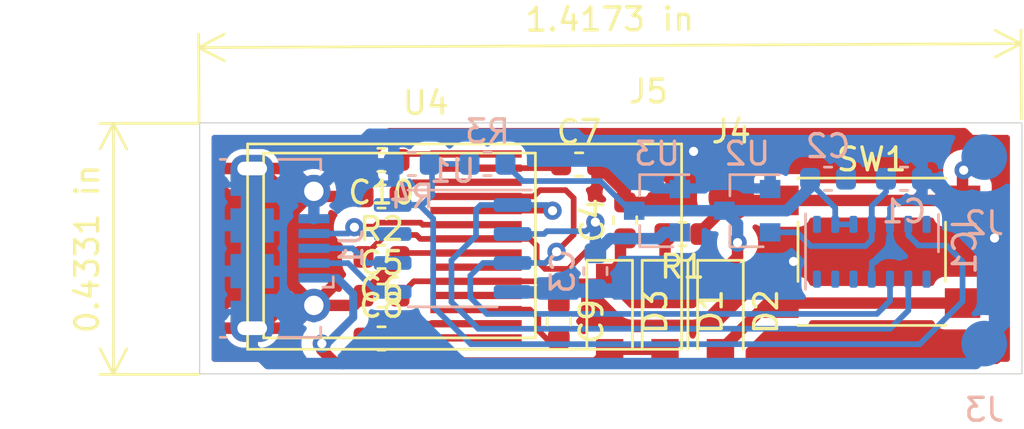
<source format=kicad_pcb>
(kicad_pcb (version 20171130) (host pcbnew "(5.1.0)-1")

  (general
    (thickness 1.6)
    (drawings 6)
    (tracks 292)
    (zones 0)
    (modules 28)
    (nets 29)
  )

  (page A4)
  (layers
    (0 F.Cu signal)
    (31 B.Cu signal)
    (32 B.Adhes user)
    (33 F.Adhes user)
    (34 B.Paste user)
    (35 F.Paste user)
    (36 B.SilkS user)
    (37 F.SilkS user)
    (38 B.Mask user)
    (39 F.Mask user)
    (40 Dwgs.User user)
    (41 Cmts.User user)
    (42 Eco1.User user)
    (43 Eco2.User user)
    (44 Edge.Cuts user)
    (45 Margin user)
    (46 B.CrtYd user)
    (47 F.CrtYd user)
    (48 B.Fab user)
    (49 F.Fab user)
  )

  (setup
    (last_trace_width 0.25)
    (user_trace_width 0.35)
    (user_trace_width 0.5)
    (user_trace_width 1)
    (trace_clearance 0.2)
    (zone_clearance 0.5)
    (zone_45_only no)
    (trace_min 0.2)
    (via_size 0.8)
    (via_drill 0.4)
    (via_min_size 0.4)
    (via_min_drill 0.3)
    (uvia_size 0.3)
    (uvia_drill 0.1)
    (uvias_allowed no)
    (uvia_min_size 0.2)
    (uvia_min_drill 0.1)
    (edge_width 0.05)
    (segment_width 0.2)
    (pcb_text_width 0.3)
    (pcb_text_size 1.5 1.5)
    (mod_edge_width 0.12)
    (mod_text_size 0.5 0.5)
    (mod_text_width 0.1)
    (pad_size 1.524 1.524)
    (pad_drill 0.762)
    (pad_to_mask_clearance 0.051)
    (solder_mask_min_width 0.25)
    (aux_axis_origin 80 101)
    (grid_origin 80 101)
    (visible_elements 7FFFFFFF)
    (pcbplotparams
      (layerselection 0x00040_fffffffe)
      (usegerberextensions false)
      (usegerberattributes false)
      (usegerberadvancedattributes false)
      (creategerberjobfile false)
      (excludeedgelayer false)
      (linewidth 0.100000)
      (plotframeref false)
      (viasonmask true)
      (mode 1)
      (useauxorigin false)
      (hpglpennumber 1)
      (hpglpenspeed 20)
      (hpglpendiameter 15.000000)
      (psnegative false)
      (psa4output false)
      (plotreference false)
      (plotvalue false)
      (plotinvisibletext false)
      (padsonsilk false)
      (subtractmaskfromsilk false)
      (outputformat 4)
      (mirror true)
      (drillshape 0)
      (scaleselection 1)
      (outputdirectory "output/"))
  )

  (net 0 "")
  (net 1 GND)
  (net 2 +1V8)
  (net 3 +BATT)
  (net 4 +3V3)
  (net 5 "Net-(C7-Pad1)")
  (net 6 "Net-(C8-Pad1)")
  (net 7 "Net-(C8-Pad2)")
  (net 8 "Net-(C9-Pad2)")
  (net 9 "Net-(C9-Pad1)")
  (net 10 "Net-(C10-Pad1)")
  (net 11 VBUS)
  (net 12 "Net-(D2-Pad2)")
  (net 13 "Net-(IC1-Pad1)")
  (net 14 /SCL)
  (net 15 /SDA)
  (net 16 "Net-(IC1-Pad5)")
  (net 17 "Net-(IC1-Pad6)")
  (net 18 "Net-(IC1-Pad7)")
  (net 19 "Net-(IC1-Pad8)")
  (net 20 /~INT)
  (net 21 "Net-(IC1-Pad14)")
  (net 22 /RXD)
  (net 23 /AUX)
  (net 24 /TXD)
  (net 25 "Net-(U4-Pad6)")
  (net 26 "Net-(J2-Pad1)")
  (net 27 "Net-(D1-Pad1)")
  (net 28 "Net-(R2-Pad1)")

  (net_class Default 这是默认网络类。
    (clearance 0.2)
    (trace_width 0.25)
    (via_dia 0.8)
    (via_drill 0.4)
    (uvia_dia 0.3)
    (uvia_drill 0.1)
    (add_net +1V8)
    (add_net +3V3)
    (add_net +BATT)
    (add_net /AUX)
    (add_net /RXD)
    (add_net /SCL)
    (add_net /SDA)
    (add_net /TXD)
    (add_net /~INT)
    (add_net GND)
    (add_net "Net-(C10-Pad1)")
    (add_net "Net-(C7-Pad1)")
    (add_net "Net-(C8-Pad1)")
    (add_net "Net-(C8-Pad2)")
    (add_net "Net-(C9-Pad1)")
    (add_net "Net-(C9-Pad2)")
    (add_net "Net-(D1-Pad1)")
    (add_net "Net-(D2-Pad2)")
    (add_net "Net-(IC1-Pad1)")
    (add_net "Net-(IC1-Pad14)")
    (add_net "Net-(IC1-Pad5)")
    (add_net "Net-(IC1-Pad6)")
    (add_net "Net-(IC1-Pad7)")
    (add_net "Net-(IC1-Pad8)")
    (add_net "Net-(J2-Pad1)")
    (add_net "Net-(R2-Pad1)")
    (add_net "Net-(U4-Pad6)")
    (add_net VBUS)
  )

  (module my:Pad-SMD (layer F.Cu) (tedit 6184FE05) (tstamp 62ADDE87)
    (at 99.65 90.425)
    (path /62ADC252)
    (fp_text reference J5 (at 0 -1.8) (layer F.SilkS)
      (effects (font (size 1 1) (thickness 0.15)))
    )
    (fp_text value pad (at 0 -0.5) (layer F.Fab)
      (effects (font (size 1 1) (thickness 0.15)))
    )
    (pad 1 smd circle (at 0 1.1) (size 2 2) (layers F.Cu F.Paste F.Mask)
      (net 1 GND))
  )

  (module my:Pad-SMD (layer F.Cu) (tedit 6184FE05) (tstamp 62ADDE82)
    (at 103.275 92.175)
    (path /62ADA87F)
    (fp_text reference J4 (at 0 -1.8) (layer F.SilkS)
      (effects (font (size 1 1) (thickness 0.15)))
    )
    (fp_text value pad (at 0 -0.5) (layer F.Fab)
      (effects (font (size 1 1) (thickness 0.15)))
    )
    (pad 1 smd circle (at 0 1.1) (size 2 2) (layers F.Cu F.Paste F.Mask)
      (net 26 "Net-(J2-Pad1)"))
  )

  (module Package_SO:SOP-8_3.9x4.9mm_P1.27mm (layer B.Cu) (tedit 5D9F72B1) (tstamp 62A9B7D7)
    (at 91.075 95.505 180)
    (descr "SOP, 8 Pin (http://www.macronix.com/Lists/Datasheet/Attachments/7534/MX25R3235F,%20Wide%20Range,%2032Mb,%20v1.6.pdf#page=79), generated with kicad-footprint-generator ipc_gullwing_generator.py")
    (tags "SOP SO")
    (path /629F65B1)
    (attr smd)
    (fp_text reference U1 (at 0 3.4 180) (layer B.SilkS)
      (effects (font (size 1 1) (thickness 0.15)) (justify mirror))
    )
    (fp_text value STC8g1k08-SOP8 (at 0 -3.4 180) (layer B.Fab)
      (effects (font (size 1 1) (thickness 0.15)) (justify mirror))
    )
    (fp_text user %R (at 0 0 180) (layer B.Fab)
      (effects (font (size 0.98 0.98) (thickness 0.15)) (justify mirror))
    )
    (fp_line (start 3.7 2.7) (end -3.7 2.7) (layer B.CrtYd) (width 0.05))
    (fp_line (start 3.7 -2.7) (end 3.7 2.7) (layer B.CrtYd) (width 0.05))
    (fp_line (start -3.7 -2.7) (end 3.7 -2.7) (layer B.CrtYd) (width 0.05))
    (fp_line (start -3.7 2.7) (end -3.7 -2.7) (layer B.CrtYd) (width 0.05))
    (fp_line (start -1.95 1.475) (end -0.975 2.45) (layer B.Fab) (width 0.1))
    (fp_line (start -1.95 -2.45) (end -1.95 1.475) (layer B.Fab) (width 0.1))
    (fp_line (start 1.95 -2.45) (end -1.95 -2.45) (layer B.Fab) (width 0.1))
    (fp_line (start 1.95 2.45) (end 1.95 -2.45) (layer B.Fab) (width 0.1))
    (fp_line (start -0.975 2.45) (end 1.95 2.45) (layer B.Fab) (width 0.1))
    (fp_line (start 0 2.56) (end -3.45 2.56) (layer B.SilkS) (width 0.12))
    (fp_line (start 0 2.56) (end 1.95 2.56) (layer B.SilkS) (width 0.12))
    (fp_line (start 0 -2.56) (end -1.95 -2.56) (layer B.SilkS) (width 0.12))
    (fp_line (start 0 -2.56) (end 1.95 -2.56) (layer B.SilkS) (width 0.12))
    (pad 8 smd roundrect (at 2.625 1.905 180) (size 1.65 0.6) (layers B.Cu B.Paste B.Mask) (roundrect_rratio 0.25)
      (net 20 /~INT))
    (pad 7 smd roundrect (at 2.625 0.635 180) (size 1.65 0.6) (layers B.Cu B.Paste B.Mask) (roundrect_rratio 0.25)
      (net 23 /AUX))
    (pad 6 smd roundrect (at 2.625 -0.635 180) (size 1.65 0.6) (layers B.Cu B.Paste B.Mask) (roundrect_rratio 0.25)
      (net 24 /TXD))
    (pad 5 smd roundrect (at 2.625 -1.905 180) (size 1.65 0.6) (layers B.Cu B.Paste B.Mask) (roundrect_rratio 0.25)
      (net 22 /RXD))
    (pad 4 smd roundrect (at -2.625 -1.905 180) (size 1.65 0.6) (layers B.Cu B.Paste B.Mask) (roundrect_rratio 0.25)
      (net 1 GND))
    (pad 3 smd roundrect (at -2.625 -0.635 180) (size 1.65 0.6) (layers B.Cu B.Paste B.Mask) (roundrect_rratio 0.25)
      (net 15 /SDA))
    (pad 2 smd roundrect (at -2.625 0.635 180) (size 1.65 0.6) (layers B.Cu B.Paste B.Mask) (roundrect_rratio 0.25)
      (net 4 +3V3))
    (pad 1 smd roundrect (at -2.625 1.905 180) (size 1.65 0.6) (layers B.Cu B.Paste B.Mask) (roundrect_rratio 0.25)
      (net 14 /SCL))
    (model ${KISYS3DMOD}/Package_SO.3dshapes/SOP-8_3.9x4.9mm_P1.27mm.wrl
      (at (xyz 0 0 0))
      (scale (xyz 1 1 1))
      (rotate (xyz 0 0 0))
    )
  )

  (module my:OLED-0.5IN-14PIN (layer F.Cu) (tedit 62AA0440) (tstamp 62AAE7D4)
    (at 90.1 90.925)
    (path /62A179B8)
    (fp_text reference U4 (at -0.2 -1.8) (layer F.SilkS)
      (effects (font (size 1 1) (thickness 0.15)))
    )
    (fp_text value "OLED14P - 88X48" (at -4.3 -2) (layer F.Fab)
      (effects (font (size 1 1) (thickness 0.15)))
    )
    (fp_line (start 0 0) (end 4 0) (layer F.CrtYd) (width 0.12))
    (fp_line (start 4 0) (end 4 9) (layer F.CrtYd) (width 0.12))
    (fp_line (start 4 9) (end 0 9) (layer F.CrtYd) (width 0.12))
    (fp_line (start 0 9) (end 0 0) (layer F.CrtYd) (width 0.12))
    (fp_line (start -8 0) (end 11 0) (layer F.SilkS) (width 0.12))
    (fp_line (start 11 0) (end 11 8.9) (layer F.SilkS) (width 0.12))
    (fp_line (start 11 8.9) (end 11 9) (layer F.SilkS) (width 0.12))
    (fp_line (start 11 9) (end -8 9) (layer F.SilkS) (width 0.12))
    (fp_line (start -8 9) (end -8 0.1) (layer F.SilkS) (width 0.12))
    (fp_line (start -8 0.1) (end -8 0) (layer F.SilkS) (width 0.12))
    (fp_line (start -7.3 0.4) (end 4.6 0.4) (layer F.SilkS) (width 0.12))
    (fp_line (start 4.6 0.4) (end 4.6 8.5) (layer F.SilkS) (width 0.12))
    (fp_line (start 4.6 8.5) (end -7.3 8.5) (layer F.SilkS) (width 0.12))
    (fp_line (start -7.3 8.5) (end -7.3 0.4) (layer F.SilkS) (width 0.12))
    (pad 1 smd rect (at 2 8.5) (size 4 0.32) (layers F.Cu F.Paste F.Mask)
      (net 7 "Net-(C8-Pad2)"))
    (pad 2 smd rect (at 2 7.88) (size 4 0.32) (layers F.Cu F.Paste F.Mask)
      (net 6 "Net-(C8-Pad1)"))
    (pad 3 smd rect (at 2 7.26) (size 4 0.32) (layers F.Cu F.Paste F.Mask)
      (net 8 "Net-(C9-Pad2)"))
    (pad 4 smd rect (at 2 6.64) (size 4 0.32) (layers F.Cu F.Paste F.Mask)
      (net 9 "Net-(C9-Pad1)"))
    (pad 5 smd rect (at 2 6.02) (size 4 0.32) (layers F.Cu F.Paste F.Mask)
      (net 3 +BATT))
    (pad 6 smd rect (at 2 5.4) (size 4 0.32) (layers F.Cu F.Paste F.Mask)
      (net 25 "Net-(U4-Pad6)"))
    (pad 7 smd rect (at 2 4.78) (size 4 0.32) (layers F.Cu F.Paste F.Mask)
      (net 1 GND))
    (pad 8 smd rect (at 2 4.16) (size 4 0.32) (layers F.Cu F.Paste F.Mask)
      (net 4 +3V3))
    (pad 9 smd rect (at 2 3.54) (size 4 0.32) (layers F.Cu F.Paste F.Mask)
      (net 23 /AUX))
    (pad 10 smd rect (at 2 2.92) (size 4 0.32) (layers F.Cu F.Paste F.Mask)
      (net 14 /SCL))
    (pad 11 smd rect (at 2 2.3) (size 4 0.32) (layers F.Cu F.Paste F.Mask)
      (net 15 /SDA))
    (pad 12 smd rect (at 2 1.68) (size 4 0.32) (layers F.Cu F.Paste F.Mask)
      (net 28 "Net-(R2-Pad1)"))
    (pad 13 smd rect (at 2 1.06) (size 4 0.32) (layers F.Cu F.Paste F.Mask)
      (net 5 "Net-(C7-Pad1)"))
    (pad 14 smd rect (at 2 0.44) (size 4 0.32) (layers F.Cu F.Paste F.Mask)
      (net 10 "Net-(C10-Pad1)"))
  )

  (module Diode_SMD:D_SOD-123 (layer F.Cu) (tedit 58645DC7) (tstamp 62AA5039)
    (at 97.95 98.275 270)
    (descr SOD-123)
    (tags SOD-123)
    (path /62F934A5)
    (attr smd)
    (fp_text reference D3 (at 0 -2 270) (layer F.SilkS)
      (effects (font (size 1 1) (thickness 0.15)))
    )
    (fp_text value MBR530 (at 0 2.1 270) (layer F.Fab)
      (effects (font (size 1 1) (thickness 0.15)))
    )
    (fp_line (start -2.25 -1) (end 1.65 -1) (layer F.SilkS) (width 0.12))
    (fp_line (start -2.25 1) (end 1.65 1) (layer F.SilkS) (width 0.12))
    (fp_line (start -2.35 -1.15) (end -2.35 1.15) (layer F.CrtYd) (width 0.05))
    (fp_line (start 2.35 1.15) (end -2.35 1.15) (layer F.CrtYd) (width 0.05))
    (fp_line (start 2.35 -1.15) (end 2.35 1.15) (layer F.CrtYd) (width 0.05))
    (fp_line (start -2.35 -1.15) (end 2.35 -1.15) (layer F.CrtYd) (width 0.05))
    (fp_line (start -1.4 -0.9) (end 1.4 -0.9) (layer F.Fab) (width 0.1))
    (fp_line (start 1.4 -0.9) (end 1.4 0.9) (layer F.Fab) (width 0.1))
    (fp_line (start 1.4 0.9) (end -1.4 0.9) (layer F.Fab) (width 0.1))
    (fp_line (start -1.4 0.9) (end -1.4 -0.9) (layer F.Fab) (width 0.1))
    (fp_line (start -0.75 0) (end -0.35 0) (layer F.Fab) (width 0.1))
    (fp_line (start -0.35 0) (end -0.35 -0.55) (layer F.Fab) (width 0.1))
    (fp_line (start -0.35 0) (end -0.35 0.55) (layer F.Fab) (width 0.1))
    (fp_line (start -0.35 0) (end 0.25 -0.4) (layer F.Fab) (width 0.1))
    (fp_line (start 0.25 -0.4) (end 0.25 0.4) (layer F.Fab) (width 0.1))
    (fp_line (start 0.25 0.4) (end -0.35 0) (layer F.Fab) (width 0.1))
    (fp_line (start 0.25 0) (end 0.75 0) (layer F.Fab) (width 0.1))
    (fp_line (start -2.25 -1) (end -2.25 1) (layer F.SilkS) (width 0.12))
    (fp_text user %R (at 0 -2 270) (layer F.Fab)
      (effects (font (size 1 1) (thickness 0.15)))
    )
    (pad 2 smd rect (at 1.65 0 270) (size 0.9 1.2) (layers F.Cu F.Paste F.Mask)
      (net 11 VBUS))
    (pad 1 smd rect (at -1.65 0 270) (size 0.9 1.2) (layers F.Cu F.Paste F.Mask)
      (net 3 +BATT))
    (model ${KISYS3DMOD}/Diode_SMD.3dshapes/D_SOD-123.wrl
      (at (xyz 0 0 0))
      (scale (xyz 1 1 1))
      (rotate (xyz 0 0 0))
    )
  )

  (module Diode_SMD:D_SOD-123 (layer F.Cu) (tedit 58645DC7) (tstamp 62A7584A)
    (at 102.8 98.275 270)
    (descr SOD-123)
    (tags SOD-123)
    (path /62CDCF51)
    (attr smd)
    (fp_text reference D2 (at 0 -2 270) (layer F.SilkS)
      (effects (font (size 1 1) (thickness 0.15)))
    )
    (fp_text value MBR530 (at 0 2.1 270) (layer F.Fab)
      (effects (font (size 1 1) (thickness 0.15)))
    )
    (fp_line (start -2.25 -1) (end 1.65 -1) (layer F.SilkS) (width 0.12))
    (fp_line (start -2.25 1) (end 1.65 1) (layer F.SilkS) (width 0.12))
    (fp_line (start -2.35 -1.15) (end -2.35 1.15) (layer F.CrtYd) (width 0.05))
    (fp_line (start 2.35 1.15) (end -2.35 1.15) (layer F.CrtYd) (width 0.05))
    (fp_line (start 2.35 -1.15) (end 2.35 1.15) (layer F.CrtYd) (width 0.05))
    (fp_line (start -2.35 -1.15) (end 2.35 -1.15) (layer F.CrtYd) (width 0.05))
    (fp_line (start -1.4 -0.9) (end 1.4 -0.9) (layer F.Fab) (width 0.1))
    (fp_line (start 1.4 -0.9) (end 1.4 0.9) (layer F.Fab) (width 0.1))
    (fp_line (start 1.4 0.9) (end -1.4 0.9) (layer F.Fab) (width 0.1))
    (fp_line (start -1.4 0.9) (end -1.4 -0.9) (layer F.Fab) (width 0.1))
    (fp_line (start -0.75 0) (end -0.35 0) (layer F.Fab) (width 0.1))
    (fp_line (start -0.35 0) (end -0.35 -0.55) (layer F.Fab) (width 0.1))
    (fp_line (start -0.35 0) (end -0.35 0.55) (layer F.Fab) (width 0.1))
    (fp_line (start -0.35 0) (end 0.25 -0.4) (layer F.Fab) (width 0.1))
    (fp_line (start 0.25 -0.4) (end 0.25 0.4) (layer F.Fab) (width 0.1))
    (fp_line (start 0.25 0.4) (end -0.35 0) (layer F.Fab) (width 0.1))
    (fp_line (start 0.25 0) (end 0.75 0) (layer F.Fab) (width 0.1))
    (fp_line (start -2.25 -1) (end -2.25 1) (layer F.SilkS) (width 0.12))
    (fp_text user %R (at 0 -2 270) (layer F.Fab)
      (effects (font (size 1 1) (thickness 0.15)))
    )
    (pad 2 smd rect (at 1.65 0 270) (size 0.9 1.2) (layers F.Cu F.Paste F.Mask)
      (net 12 "Net-(D2-Pad2)"))
    (pad 1 smd rect (at -1.65 0 270) (size 0.9 1.2) (layers F.Cu F.Paste F.Mask)
      (net 3 +BATT))
    (model ${KISYS3DMOD}/Diode_SMD.3dshapes/D_SOD-123.wrl
      (at (xyz 0 0 0))
      (scale (xyz 1 1 1))
      (rotate (xyz 0 0 0))
    )
  )

  (module Diode_SMD:D_SOD-123 (layer F.Cu) (tedit 58645DC7) (tstamp 62A75832)
    (at 100.375 98.275 270)
    (descr SOD-123)
    (tags SOD-123)
    (path /62CD461B)
    (attr smd)
    (fp_text reference D1 (at 0 -2 270) (layer F.SilkS)
      (effects (font (size 1 1) (thickness 0.15)))
    )
    (fp_text value MBR530 (at 0 2.1 270) (layer F.Fab)
      (effects (font (size 1 1) (thickness 0.15)))
    )
    (fp_line (start -2.25 -1) (end 1.65 -1) (layer F.SilkS) (width 0.12))
    (fp_line (start -2.25 1) (end 1.65 1) (layer F.SilkS) (width 0.12))
    (fp_line (start -2.35 -1.15) (end -2.35 1.15) (layer F.CrtYd) (width 0.05))
    (fp_line (start 2.35 1.15) (end -2.35 1.15) (layer F.CrtYd) (width 0.05))
    (fp_line (start 2.35 -1.15) (end 2.35 1.15) (layer F.CrtYd) (width 0.05))
    (fp_line (start -2.35 -1.15) (end 2.35 -1.15) (layer F.CrtYd) (width 0.05))
    (fp_line (start -1.4 -0.9) (end 1.4 -0.9) (layer F.Fab) (width 0.1))
    (fp_line (start 1.4 -0.9) (end 1.4 0.9) (layer F.Fab) (width 0.1))
    (fp_line (start 1.4 0.9) (end -1.4 0.9) (layer F.Fab) (width 0.1))
    (fp_line (start -1.4 0.9) (end -1.4 -0.9) (layer F.Fab) (width 0.1))
    (fp_line (start -0.75 0) (end -0.35 0) (layer F.Fab) (width 0.1))
    (fp_line (start -0.35 0) (end -0.35 -0.55) (layer F.Fab) (width 0.1))
    (fp_line (start -0.35 0) (end -0.35 0.55) (layer F.Fab) (width 0.1))
    (fp_line (start -0.35 0) (end 0.25 -0.4) (layer F.Fab) (width 0.1))
    (fp_line (start 0.25 -0.4) (end 0.25 0.4) (layer F.Fab) (width 0.1))
    (fp_line (start 0.25 0.4) (end -0.35 0) (layer F.Fab) (width 0.1))
    (fp_line (start 0.25 0) (end 0.75 0) (layer F.Fab) (width 0.1))
    (fp_line (start -2.25 -1) (end -2.25 1) (layer F.SilkS) (width 0.12))
    (fp_text user %R (at 0 -2 270) (layer F.Fab)
      (effects (font (size 1 1) (thickness 0.15)))
    )
    (pad 2 smd rect (at 1.65 0 270) (size 0.9 1.2) (layers F.Cu F.Paste F.Mask)
      (net 11 VBUS))
    (pad 1 smd rect (at -1.65 0 270) (size 0.9 1.2) (layers F.Cu F.Paste F.Mask)
      (net 27 "Net-(D1-Pad1)"))
    (model ${KISYS3DMOD}/Diode_SMD.3dshapes/D_SOD-123.wrl
      (at (xyz 0 0 0))
      (scale (xyz 1 1 1))
      (rotate (xyz 0 0 0))
    )
  )

  (module Package_TO_SOT_SMD:SOT-23 (layer B.Cu) (tedit 5A02FF57) (tstamp 62A9B8B9)
    (at 103.975 93.85 180)
    (descr "SOT-23, Standard")
    (tags SOT-23)
    (path /62AB7771)
    (attr smd)
    (fp_text reference U2 (at 0 2.5 180) (layer B.SilkS)
      (effects (font (size 1 1) (thickness 0.15)) (justify mirror))
    )
    (fp_text value XC6206-1.8V (at 0 -2.5 180) (layer B.Fab)
      (effects (font (size 1 1) (thickness 0.15)) (justify mirror))
    )
    (fp_line (start 0.76 -1.58) (end -0.7 -1.58) (layer B.SilkS) (width 0.12))
    (fp_line (start 0.76 1.58) (end -1.4 1.58) (layer B.SilkS) (width 0.12))
    (fp_line (start -1.7 -1.75) (end -1.7 1.75) (layer B.CrtYd) (width 0.05))
    (fp_line (start 1.7 -1.75) (end -1.7 -1.75) (layer B.CrtYd) (width 0.05))
    (fp_line (start 1.7 1.75) (end 1.7 -1.75) (layer B.CrtYd) (width 0.05))
    (fp_line (start -1.7 1.75) (end 1.7 1.75) (layer B.CrtYd) (width 0.05))
    (fp_line (start 0.76 1.58) (end 0.76 0.65) (layer B.SilkS) (width 0.12))
    (fp_line (start 0.76 -1.58) (end 0.76 -0.65) (layer B.SilkS) (width 0.12))
    (fp_line (start -0.7 -1.52) (end 0.7 -1.52) (layer B.Fab) (width 0.1))
    (fp_line (start 0.7 1.52) (end 0.7 -1.52) (layer B.Fab) (width 0.1))
    (fp_line (start -0.7 0.95) (end -0.15 1.52) (layer B.Fab) (width 0.1))
    (fp_line (start -0.15 1.52) (end 0.7 1.52) (layer B.Fab) (width 0.1))
    (fp_line (start -0.7 0.95) (end -0.7 -1.5) (layer B.Fab) (width 0.1))
    (fp_text user %R (at 0 0 90) (layer B.Fab)
      (effects (font (size 0.5 0.5) (thickness 0.075)) (justify mirror))
    )
    (pad 3 smd rect (at 1 0 180) (size 0.9 0.8) (layers B.Cu B.Paste B.Mask)
      (net 3 +BATT))
    (pad 2 smd rect (at -1 -0.95 180) (size 0.9 0.8) (layers B.Cu B.Paste B.Mask)
      (net 2 +1V8))
    (pad 1 smd rect (at -1 0.95 180) (size 0.9 0.8) (layers B.Cu B.Paste B.Mask)
      (net 1 GND))
    (model ${KISYS3DMOD}/Package_TO_SOT_SMD.3dshapes/SOT-23.wrl
      (at (xyz 0 0 0))
      (scale (xyz 1 1 1))
      (rotate (xyz 0 0 0))
    )
  )

  (module my:Pad-SMD (layer B.Cu) (tedit 6184FE05) (tstamp 62A9A8B6)
    (at 114.35 100.775)
    (path /62EAC2AE)
    (fp_text reference J3 (at 0 1.8) (layer B.SilkS)
      (effects (font (size 1 1) (thickness 0.15)) (justify mirror))
    )
    (fp_text value pad (at 0 0.5) (layer B.Fab)
      (effects (font (size 1 1) (thickness 0.15)) (justify mirror))
    )
    (pad 1 smd circle (at 0 -1.1) (size 2 2) (layers B.Cu B.Paste B.Mask)
      (net 1 GND))
  )

  (module my:Pad-SMD (layer B.Cu) (tedit 6184FE05) (tstamp 62AB58CA)
    (at 114.35 92.6)
    (path /62EA7B1B)
    (fp_text reference J2 (at 0 1.8) (layer B.SilkS)
      (effects (font (size 1 1) (thickness 0.15)) (justify mirror))
    )
    (fp_text value pad (at 0 0.5) (layer B.Fab)
      (effects (font (size 1 1) (thickness 0.15)) (justify mirror))
    )
    (pad 1 smd circle (at 0 -1.1) (size 2 2) (layers B.Cu B.Paste B.Mask)
      (net 26 "Net-(J2-Pad1)"))
  )

  (module Button_Switch_SMD:SW_Push_1P1T_NO_6x6mm_H9.5mm (layer F.Cu) (tedit 5CA1CA7F) (tstamp 62A762B9)
    (at 109.425 95.65)
    (descr "tactile push button, 6x6mm e.g. PTS645xx series, height=9.5mm")
    (tags "tact sw push 6mm smd")
    (path /62B07206)
    (attr smd)
    (fp_text reference SW1 (at 0 -4.05) (layer F.SilkS)
      (effects (font (size 1 1) (thickness 0.15)))
    )
    (fp_text value SW_Push (at 0 4.15) (layer F.Fab)
      (effects (font (size 1 1) (thickness 0.15)))
    )
    (fp_circle (center 0 0) (end 1.75 -0.05) (layer F.Fab) (width 0.1))
    (fp_line (start -3.23 3.23) (end 3.23 3.23) (layer F.SilkS) (width 0.12))
    (fp_line (start -3.23 -1.3) (end -3.23 1.3) (layer F.SilkS) (width 0.12))
    (fp_line (start -3.23 -3.23) (end 3.23 -3.23) (layer F.SilkS) (width 0.12))
    (fp_line (start 3.23 -1.3) (end 3.23 1.3) (layer F.SilkS) (width 0.12))
    (fp_line (start -3.23 -3.2) (end -3.23 -3.23) (layer F.SilkS) (width 0.12))
    (fp_line (start -3.23 3.23) (end -3.23 3.2) (layer F.SilkS) (width 0.12))
    (fp_line (start 3.23 3.23) (end 3.23 3.2) (layer F.SilkS) (width 0.12))
    (fp_line (start 3.23 -3.23) (end 3.23 -3.2) (layer F.SilkS) (width 0.12))
    (fp_line (start -5 -3.25) (end 5 -3.25) (layer F.CrtYd) (width 0.05))
    (fp_line (start -5 3.25) (end 5 3.25) (layer F.CrtYd) (width 0.05))
    (fp_line (start -5 -3.25) (end -5 3.25) (layer F.CrtYd) (width 0.05))
    (fp_line (start 5 3.25) (end 5 -3.25) (layer F.CrtYd) (width 0.05))
    (fp_line (start 3 -3) (end -3 -3) (layer F.Fab) (width 0.1))
    (fp_line (start 3 3) (end 3 -3) (layer F.Fab) (width 0.1))
    (fp_line (start -3 3) (end 3 3) (layer F.Fab) (width 0.1))
    (fp_line (start -3 -3) (end -3 3) (layer F.Fab) (width 0.1))
    (fp_text user %R (at 0 -4.05) (layer F.Fab)
      (effects (font (size 1 1) (thickness 0.15)))
    )
    (pad 2 smd rect (at 3.975 2.25) (size 1.55 1.3) (layers F.Cu F.Paste F.Mask)
      (net 12 "Net-(D2-Pad2)"))
    (pad 1 smd rect (at 3.975 -2.25) (size 1.55 1.3) (layers F.Cu F.Paste F.Mask)
      (net 26 "Net-(J2-Pad1)"))
    (pad 1 smd rect (at -3.975 -2.25) (size 1.55 1.3) (layers F.Cu F.Paste F.Mask)
      (net 26 "Net-(J2-Pad1)"))
    (pad 2 smd rect (at -3.975 2.25) (size 1.55 1.3) (layers F.Cu F.Paste F.Mask)
      (net 12 "Net-(D2-Pad2)"))
    (model ${KISYS3DMOD}/Button_Switch_SMD.3dshapes/SW_PUSH_6mm_H9.5mm.wrl
      (at (xyz 0 0 0))
      (scale (xyz 1 1 1))
      (rotate (xyz 0 0 0))
    )
  )

  (module Capacitor_SMD:C_0603_1608Metric (layer B.Cu) (tedit 5B301BBE) (tstamp 62A9B9BD)
    (at 110.8375 92.45)
    (descr "Capacitor SMD 0603 (1608 Metric), square (rectangular) end terminal, IPC_7351 nominal, (Body size source: http://www.tortai-tech.com/upload/download/2011102023233369053.pdf), generated with kicad-footprint-generator")
    (tags capacitor)
    (path /629F72A2)
    (attr smd)
    (fp_text reference C1 (at 0 1.43) (layer B.SilkS)
      (effects (font (size 1 1) (thickness 0.15)) (justify mirror))
    )
    (fp_text value 1 (at 0 -1.43) (layer B.Fab)
      (effects (font (size 1 1) (thickness 0.15)) (justify mirror))
    )
    (fp_text user %R (at 0 0) (layer B.Fab)
      (effects (font (size 0.4 0.4) (thickness 0.06)) (justify mirror))
    )
    (fp_line (start 1.48 -0.73) (end -1.48 -0.73) (layer B.CrtYd) (width 0.05))
    (fp_line (start 1.48 0.73) (end 1.48 -0.73) (layer B.CrtYd) (width 0.05))
    (fp_line (start -1.48 0.73) (end 1.48 0.73) (layer B.CrtYd) (width 0.05))
    (fp_line (start -1.48 -0.73) (end -1.48 0.73) (layer B.CrtYd) (width 0.05))
    (fp_line (start -0.162779 -0.51) (end 0.162779 -0.51) (layer B.SilkS) (width 0.12))
    (fp_line (start -0.162779 0.51) (end 0.162779 0.51) (layer B.SilkS) (width 0.12))
    (fp_line (start 0.8 -0.4) (end -0.8 -0.4) (layer B.Fab) (width 0.1))
    (fp_line (start 0.8 0.4) (end 0.8 -0.4) (layer B.Fab) (width 0.1))
    (fp_line (start -0.8 0.4) (end 0.8 0.4) (layer B.Fab) (width 0.1))
    (fp_line (start -0.8 -0.4) (end -0.8 0.4) (layer B.Fab) (width 0.1))
    (pad 2 smd roundrect (at 0.7875 0) (size 0.875 0.95) (layers B.Cu B.Paste B.Mask) (roundrect_rratio 0.25)
      (net 1 GND))
    (pad 1 smd roundrect (at -0.7875 0) (size 0.875 0.95) (layers B.Cu B.Paste B.Mask) (roundrect_rratio 0.25)
      (net 2 +1V8))
    (model ${KISYS3DMOD}/Capacitor_SMD.3dshapes/C_0603_1608Metric.wrl
      (at (xyz 0 0 0))
      (scale (xyz 1 1 1))
      (rotate (xyz 0 0 0))
    )
  )

  (module Capacitor_SMD:C_0603_1608Metric (layer B.Cu) (tedit 5B301BBE) (tstamp 62A9B95D)
    (at 107.5125 92.45 180)
    (descr "Capacitor SMD 0603 (1608 Metric), square (rectangular) end terminal, IPC_7351 nominal, (Body size source: http://www.tortai-tech.com/upload/download/2011102023233369053.pdf), generated with kicad-footprint-generator")
    (tags capacitor)
    (path /629F8C7D)
    (attr smd)
    (fp_text reference C2 (at 0 1.43 180) (layer B.SilkS)
      (effects (font (size 1 1) (thickness 0.15)) (justify mirror))
    )
    (fp_text value 1 (at 0 -1.43 180) (layer B.Fab)
      (effects (font (size 1 1) (thickness 0.15)) (justify mirror))
    )
    (fp_text user %R (at 0 0 180) (layer B.Fab)
      (effects (font (size 0.4 0.4) (thickness 0.06)) (justify mirror))
    )
    (fp_line (start 1.48 -0.73) (end -1.48 -0.73) (layer B.CrtYd) (width 0.05))
    (fp_line (start 1.48 0.73) (end 1.48 -0.73) (layer B.CrtYd) (width 0.05))
    (fp_line (start -1.48 0.73) (end 1.48 0.73) (layer B.CrtYd) (width 0.05))
    (fp_line (start -1.48 -0.73) (end -1.48 0.73) (layer B.CrtYd) (width 0.05))
    (fp_line (start -0.162779 -0.51) (end 0.162779 -0.51) (layer B.SilkS) (width 0.12))
    (fp_line (start -0.162779 0.51) (end 0.162779 0.51) (layer B.SilkS) (width 0.12))
    (fp_line (start 0.8 -0.4) (end -0.8 -0.4) (layer B.Fab) (width 0.1))
    (fp_line (start 0.8 0.4) (end 0.8 -0.4) (layer B.Fab) (width 0.1))
    (fp_line (start -0.8 0.4) (end 0.8 0.4) (layer B.Fab) (width 0.1))
    (fp_line (start -0.8 -0.4) (end -0.8 0.4) (layer B.Fab) (width 0.1))
    (pad 2 smd roundrect (at 0.7875 0 180) (size 0.875 0.95) (layers B.Cu B.Paste B.Mask) (roundrect_rratio 0.25)
      (net 3 +BATT))
    (pad 1 smd roundrect (at -0.7875 0 180) (size 0.875 0.95) (layers B.Cu B.Paste B.Mask) (roundrect_rratio 0.25)
      (net 1 GND))
    (model ${KISYS3DMOD}/Capacitor_SMD.3dshapes/C_0603_1608Metric.wrl
      (at (xyz 0 0 0))
      (scale (xyz 1 1 1))
      (rotate (xyz 0 0 0))
    )
  )

  (module Capacitor_SMD:C_0603_1608Metric (layer B.Cu) (tedit 5B301BBE) (tstamp 62A9B9ED)
    (at 97.325 96.5 270)
    (descr "Capacitor SMD 0603 (1608 Metric), square (rectangular) end terminal, IPC_7351 nominal, (Body size source: http://www.tortai-tech.com/upload/download/2011102023233369053.pdf), generated with kicad-footprint-generator")
    (tags capacitor)
    (path /629FB267)
    (attr smd)
    (fp_text reference C3 (at 0 1.43 270) (layer B.SilkS)
      (effects (font (size 1 1) (thickness 0.15)) (justify mirror))
    )
    (fp_text value 1 (at 0 -1.43 270) (layer B.Fab)
      (effects (font (size 1 1) (thickness 0.15)) (justify mirror))
    )
    (fp_text user %R (at 0 0 270) (layer B.Fab)
      (effects (font (size 0.4 0.4) (thickness 0.06)) (justify mirror))
    )
    (fp_line (start 1.48 -0.73) (end -1.48 -0.73) (layer B.CrtYd) (width 0.05))
    (fp_line (start 1.48 0.73) (end 1.48 -0.73) (layer B.CrtYd) (width 0.05))
    (fp_line (start -1.48 0.73) (end 1.48 0.73) (layer B.CrtYd) (width 0.05))
    (fp_line (start -1.48 -0.73) (end -1.48 0.73) (layer B.CrtYd) (width 0.05))
    (fp_line (start -0.162779 -0.51) (end 0.162779 -0.51) (layer B.SilkS) (width 0.12))
    (fp_line (start -0.162779 0.51) (end 0.162779 0.51) (layer B.SilkS) (width 0.12))
    (fp_line (start 0.8 -0.4) (end -0.8 -0.4) (layer B.Fab) (width 0.1))
    (fp_line (start 0.8 0.4) (end 0.8 -0.4) (layer B.Fab) (width 0.1))
    (fp_line (start -0.8 0.4) (end 0.8 0.4) (layer B.Fab) (width 0.1))
    (fp_line (start -0.8 -0.4) (end -0.8 0.4) (layer B.Fab) (width 0.1))
    (pad 2 smd roundrect (at 0.7875 0 270) (size 0.875 0.95) (layers B.Cu B.Paste B.Mask) (roundrect_rratio 0.25)
      (net 1 GND))
    (pad 1 smd roundrect (at -0.7875 0 270) (size 0.875 0.95) (layers B.Cu B.Paste B.Mask) (roundrect_rratio 0.25)
      (net 4 +3V3))
    (model ${KISYS3DMOD}/Capacitor_SMD.3dshapes/C_0603_1608Metric.wrl
      (at (xyz 0 0 0))
      (scale (xyz 1 1 1))
      (rotate (xyz 0 0 0))
    )
  )

  (module Capacitor_SMD:C_0603_1608Metric (layer F.Cu) (tedit 5B301BBE) (tstamp 62A9B98D)
    (at 98.625 94.275 90)
    (descr "Capacitor SMD 0603 (1608 Metric), square (rectangular) end terminal, IPC_7351 nominal, (Body size source: http://www.tortai-tech.com/upload/download/2011102023233369053.pdf), generated with kicad-footprint-generator")
    (tags capacitor)
    (path /62DF174C)
    (attr smd)
    (fp_text reference C4 (at 0 -1.43 90) (layer F.SilkS)
      (effects (font (size 1 1) (thickness 0.15)))
    )
    (fp_text value 1 (at 0 1.43 90) (layer F.Fab)
      (effects (font (size 1 1) (thickness 0.15)))
    )
    (fp_text user %R (at 0 0 90) (layer F.Fab)
      (effects (font (size 0.4 0.4) (thickness 0.06)))
    )
    (fp_line (start 1.48 0.73) (end -1.48 0.73) (layer F.CrtYd) (width 0.05))
    (fp_line (start 1.48 -0.73) (end 1.48 0.73) (layer F.CrtYd) (width 0.05))
    (fp_line (start -1.48 -0.73) (end 1.48 -0.73) (layer F.CrtYd) (width 0.05))
    (fp_line (start -1.48 0.73) (end -1.48 -0.73) (layer F.CrtYd) (width 0.05))
    (fp_line (start -0.162779 0.51) (end 0.162779 0.51) (layer F.SilkS) (width 0.12))
    (fp_line (start -0.162779 -0.51) (end 0.162779 -0.51) (layer F.SilkS) (width 0.12))
    (fp_line (start 0.8 0.4) (end -0.8 0.4) (layer F.Fab) (width 0.1))
    (fp_line (start 0.8 -0.4) (end 0.8 0.4) (layer F.Fab) (width 0.1))
    (fp_line (start -0.8 -0.4) (end 0.8 -0.4) (layer F.Fab) (width 0.1))
    (fp_line (start -0.8 0.4) (end -0.8 -0.4) (layer F.Fab) (width 0.1))
    (pad 2 smd roundrect (at 0.7875 0 90) (size 0.875 0.95) (layers F.Cu F.Paste F.Mask) (roundrect_rratio 0.25)
      (net 1 GND))
    (pad 1 smd roundrect (at -0.7875 0 90) (size 0.875 0.95) (layers F.Cu F.Paste F.Mask) (roundrect_rratio 0.25)
      (net 3 +BATT))
    (model ${KISYS3DMOD}/Capacitor_SMD.3dshapes/C_0603_1608Metric.wrl
      (at (xyz 0 0 0))
      (scale (xyz 1 1 1))
      (rotate (xyz 0 0 0))
    )
  )

  (module Capacitor_SMD:C_0603_1608Metric (layer F.Cu) (tedit 5B301BBE) (tstamp 62A757C5)
    (at 87.9625 97.575)
    (descr "Capacitor SMD 0603 (1608 Metric), square (rectangular) end terminal, IPC_7351 nominal, (Body size source: http://www.tortai-tech.com/upload/download/2011102023233369053.pdf), generated with kicad-footprint-generator")
    (tags capacitor)
    (path /62A1F60E)
    (attr smd)
    (fp_text reference C5 (at 0 -1.43) (layer F.SilkS)
      (effects (font (size 1 1) (thickness 0.15)))
    )
    (fp_text value 1 (at 0 1.43) (layer F.Fab)
      (effects (font (size 1 1) (thickness 0.15)))
    )
    (fp_text user %R (at 0 0) (layer F.Fab)
      (effects (font (size 0.4 0.4) (thickness 0.06)))
    )
    (fp_line (start 1.48 0.73) (end -1.48 0.73) (layer F.CrtYd) (width 0.05))
    (fp_line (start 1.48 -0.73) (end 1.48 0.73) (layer F.CrtYd) (width 0.05))
    (fp_line (start -1.48 -0.73) (end 1.48 -0.73) (layer F.CrtYd) (width 0.05))
    (fp_line (start -1.48 0.73) (end -1.48 -0.73) (layer F.CrtYd) (width 0.05))
    (fp_line (start -0.162779 0.51) (end 0.162779 0.51) (layer F.SilkS) (width 0.12))
    (fp_line (start -0.162779 -0.51) (end 0.162779 -0.51) (layer F.SilkS) (width 0.12))
    (fp_line (start 0.8 0.4) (end -0.8 0.4) (layer F.Fab) (width 0.1))
    (fp_line (start 0.8 -0.4) (end 0.8 0.4) (layer F.Fab) (width 0.1))
    (fp_line (start -0.8 -0.4) (end 0.8 -0.4) (layer F.Fab) (width 0.1))
    (fp_line (start -0.8 0.4) (end -0.8 -0.4) (layer F.Fab) (width 0.1))
    (pad 2 smd roundrect (at 0.7875 0) (size 0.875 0.95) (layers F.Cu F.Paste F.Mask) (roundrect_rratio 0.25)
      (net 3 +BATT))
    (pad 1 smd roundrect (at -0.7875 0) (size 0.875 0.95) (layers F.Cu F.Paste F.Mask) (roundrect_rratio 0.25)
      (net 1 GND))
    (model ${KISYS3DMOD}/Capacitor_SMD.3dshapes/C_0603_1608Metric.wrl
      (at (xyz 0 0 0))
      (scale (xyz 1 1 1))
      (rotate (xyz 0 0 0))
    )
  )

  (module Capacitor_SMD:C_0603_1608Metric (layer F.Cu) (tedit 5B301BBE) (tstamp 62A757D6)
    (at 87.9625 95.875 180)
    (descr "Capacitor SMD 0603 (1608 Metric), square (rectangular) end terminal, IPC_7351 nominal, (Body size source: http://www.tortai-tech.com/upload/download/2011102023233369053.pdf), generated with kicad-footprint-generator")
    (tags capacitor)
    (path /62A30997)
    (attr smd)
    (fp_text reference C6 (at 0 -1.43 180) (layer F.SilkS)
      (effects (font (size 1 1) (thickness 0.15)))
    )
    (fp_text value 1 (at 0 1.43 180) (layer F.Fab)
      (effects (font (size 1 1) (thickness 0.15)))
    )
    (fp_text user %R (at 0 0 180) (layer F.Fab)
      (effects (font (size 0.4 0.4) (thickness 0.06)))
    )
    (fp_line (start 1.48 0.73) (end -1.48 0.73) (layer F.CrtYd) (width 0.05))
    (fp_line (start 1.48 -0.73) (end 1.48 0.73) (layer F.CrtYd) (width 0.05))
    (fp_line (start -1.48 -0.73) (end 1.48 -0.73) (layer F.CrtYd) (width 0.05))
    (fp_line (start -1.48 0.73) (end -1.48 -0.73) (layer F.CrtYd) (width 0.05))
    (fp_line (start -0.162779 0.51) (end 0.162779 0.51) (layer F.SilkS) (width 0.12))
    (fp_line (start -0.162779 -0.51) (end 0.162779 -0.51) (layer F.SilkS) (width 0.12))
    (fp_line (start 0.8 0.4) (end -0.8 0.4) (layer F.Fab) (width 0.1))
    (fp_line (start 0.8 -0.4) (end 0.8 0.4) (layer F.Fab) (width 0.1))
    (fp_line (start -0.8 -0.4) (end 0.8 -0.4) (layer F.Fab) (width 0.1))
    (fp_line (start -0.8 0.4) (end -0.8 -0.4) (layer F.Fab) (width 0.1))
    (pad 2 smd roundrect (at 0.7875 0 180) (size 0.875 0.95) (layers F.Cu F.Paste F.Mask) (roundrect_rratio 0.25)
      (net 4 +3V3))
    (pad 1 smd roundrect (at -0.7875 0 180) (size 0.875 0.95) (layers F.Cu F.Paste F.Mask) (roundrect_rratio 0.25)
      (net 1 GND))
    (model ${KISYS3DMOD}/Capacitor_SMD.3dshapes/C_0603_1608Metric.wrl
      (at (xyz 0 0 0))
      (scale (xyz 1 1 1))
      (rotate (xyz 0 0 0))
    )
  )

  (module Capacitor_SMD:C_0603_1608Metric (layer F.Cu) (tedit 5B301BBE) (tstamp 62A757E7)
    (at 96.6125 91.825)
    (descr "Capacitor SMD 0603 (1608 Metric), square (rectangular) end terminal, IPC_7351 nominal, (Body size source: http://www.tortai-tech.com/upload/download/2011102023233369053.pdf), generated with kicad-footprint-generator")
    (tags capacitor)
    (path /62A3709C)
    (attr smd)
    (fp_text reference C7 (at 0 -1.43) (layer F.SilkS)
      (effects (font (size 1 1) (thickness 0.15)))
    )
    (fp_text value 1/16V (at 0 1.43) (layer F.Fab)
      (effects (font (size 1 1) (thickness 0.15)))
    )
    (fp_text user %R (at 0 0) (layer F.Fab)
      (effects (font (size 0.4 0.4) (thickness 0.06)))
    )
    (fp_line (start 1.48 0.73) (end -1.48 0.73) (layer F.CrtYd) (width 0.05))
    (fp_line (start 1.48 -0.73) (end 1.48 0.73) (layer F.CrtYd) (width 0.05))
    (fp_line (start -1.48 -0.73) (end 1.48 -0.73) (layer F.CrtYd) (width 0.05))
    (fp_line (start -1.48 0.73) (end -1.48 -0.73) (layer F.CrtYd) (width 0.05))
    (fp_line (start -0.162779 0.51) (end 0.162779 0.51) (layer F.SilkS) (width 0.12))
    (fp_line (start -0.162779 -0.51) (end 0.162779 -0.51) (layer F.SilkS) (width 0.12))
    (fp_line (start 0.8 0.4) (end -0.8 0.4) (layer F.Fab) (width 0.1))
    (fp_line (start 0.8 -0.4) (end 0.8 0.4) (layer F.Fab) (width 0.1))
    (fp_line (start -0.8 -0.4) (end 0.8 -0.4) (layer F.Fab) (width 0.1))
    (fp_line (start -0.8 0.4) (end -0.8 -0.4) (layer F.Fab) (width 0.1))
    (pad 2 smd roundrect (at 0.7875 0) (size 0.875 0.95) (layers F.Cu F.Paste F.Mask) (roundrect_rratio 0.25)
      (net 1 GND))
    (pad 1 smd roundrect (at -0.7875 0) (size 0.875 0.95) (layers F.Cu F.Paste F.Mask) (roundrect_rratio 0.25)
      (net 5 "Net-(C7-Pad1)"))
    (model ${KISYS3DMOD}/Capacitor_SMD.3dshapes/C_0603_1608Metric.wrl
      (at (xyz 0 0 0))
      (scale (xyz 1 1 1))
      (rotate (xyz 0 0 0))
    )
  )

  (module Capacitor_SMD:C_0603_1608Metric (layer F.Cu) (tedit 5B301BBE) (tstamp 62A757F8)
    (at 87.9625 99.45)
    (descr "Capacitor SMD 0603 (1608 Metric), square (rectangular) end terminal, IPC_7351 nominal, (Body size source: http://www.tortai-tech.com/upload/download/2011102023233369053.pdf), generated with kicad-footprint-generator")
    (tags capacitor)
    (path /62A18E76)
    (attr smd)
    (fp_text reference C8 (at 0 -1.43) (layer F.SilkS)
      (effects (font (size 1 1) (thickness 0.15)))
    )
    (fp_text value 1/16V (at 0 1.43) (layer F.Fab)
      (effects (font (size 1 1) (thickness 0.15)))
    )
    (fp_text user %R (at 0 0) (layer F.Fab)
      (effects (font (size 0.4 0.4) (thickness 0.06)))
    )
    (fp_line (start 1.48 0.73) (end -1.48 0.73) (layer F.CrtYd) (width 0.05))
    (fp_line (start 1.48 -0.73) (end 1.48 0.73) (layer F.CrtYd) (width 0.05))
    (fp_line (start -1.48 -0.73) (end 1.48 -0.73) (layer F.CrtYd) (width 0.05))
    (fp_line (start -1.48 0.73) (end -1.48 -0.73) (layer F.CrtYd) (width 0.05))
    (fp_line (start -0.162779 0.51) (end 0.162779 0.51) (layer F.SilkS) (width 0.12))
    (fp_line (start -0.162779 -0.51) (end 0.162779 -0.51) (layer F.SilkS) (width 0.12))
    (fp_line (start 0.8 0.4) (end -0.8 0.4) (layer F.Fab) (width 0.1))
    (fp_line (start 0.8 -0.4) (end 0.8 0.4) (layer F.Fab) (width 0.1))
    (fp_line (start -0.8 -0.4) (end 0.8 -0.4) (layer F.Fab) (width 0.1))
    (fp_line (start -0.8 0.4) (end -0.8 -0.4) (layer F.Fab) (width 0.1))
    (pad 2 smd roundrect (at 0.7875 0) (size 0.875 0.95) (layers F.Cu F.Paste F.Mask) (roundrect_rratio 0.25)
      (net 7 "Net-(C8-Pad2)"))
    (pad 1 smd roundrect (at -0.7875 0) (size 0.875 0.95) (layers F.Cu F.Paste F.Mask) (roundrect_rratio 0.25)
      (net 6 "Net-(C8-Pad1)"))
    (model ${KISYS3DMOD}/Capacitor_SMD.3dshapes/C_0603_1608Metric.wrl
      (at (xyz 0 0 0))
      (scale (xyz 1 1 1))
      (rotate (xyz 0 0 0))
    )
  )

  (module Capacitor_SMD:C_0603_1608Metric (layer F.Cu) (tedit 5B301BBE) (tstamp 62AABC02)
    (at 95.725 98.7 270)
    (descr "Capacitor SMD 0603 (1608 Metric), square (rectangular) end terminal, IPC_7351 nominal, (Body size source: http://www.tortai-tech.com/upload/download/2011102023233369053.pdf), generated with kicad-footprint-generator")
    (tags capacitor)
    (path /62A198C6)
    (attr smd)
    (fp_text reference C9 (at 0 -1.43 270) (layer F.SilkS)
      (effects (font (size 1 1) (thickness 0.15)))
    )
    (fp_text value 1/16V (at 0 1.43 270) (layer F.Fab)
      (effects (font (size 1 1) (thickness 0.15)))
    )
    (fp_text user %R (at 0 0 270) (layer F.Fab)
      (effects (font (size 0.4 0.4) (thickness 0.06)))
    )
    (fp_line (start 1.48 0.73) (end -1.48 0.73) (layer F.CrtYd) (width 0.05))
    (fp_line (start 1.48 -0.73) (end 1.48 0.73) (layer F.CrtYd) (width 0.05))
    (fp_line (start -1.48 -0.73) (end 1.48 -0.73) (layer F.CrtYd) (width 0.05))
    (fp_line (start -1.48 0.73) (end -1.48 -0.73) (layer F.CrtYd) (width 0.05))
    (fp_line (start -0.162779 0.51) (end 0.162779 0.51) (layer F.SilkS) (width 0.12))
    (fp_line (start -0.162779 -0.51) (end 0.162779 -0.51) (layer F.SilkS) (width 0.12))
    (fp_line (start 0.8 0.4) (end -0.8 0.4) (layer F.Fab) (width 0.1))
    (fp_line (start 0.8 -0.4) (end 0.8 0.4) (layer F.Fab) (width 0.1))
    (fp_line (start -0.8 -0.4) (end 0.8 -0.4) (layer F.Fab) (width 0.1))
    (fp_line (start -0.8 0.4) (end -0.8 -0.4) (layer F.Fab) (width 0.1))
    (pad 2 smd roundrect (at 0.7875 0 270) (size 0.875 0.95) (layers F.Cu F.Paste F.Mask) (roundrect_rratio 0.25)
      (net 8 "Net-(C9-Pad2)"))
    (pad 1 smd roundrect (at -0.7875 0 270) (size 0.875 0.95) (layers F.Cu F.Paste F.Mask) (roundrect_rratio 0.25)
      (net 9 "Net-(C9-Pad1)"))
    (model ${KISYS3DMOD}/Capacitor_SMD.3dshapes/C_0603_1608Metric.wrl
      (at (xyz 0 0 0))
      (scale (xyz 1 1 1))
      (rotate (xyz 0 0 0))
    )
  )

  (module Capacitor_SMD:C_0603_1608Metric (layer F.Cu) (tedit 5B301BBE) (tstamp 62A7581A)
    (at 87.9625 91.625 180)
    (descr "Capacitor SMD 0603 (1608 Metric), square (rectangular) end terminal, IPC_7351 nominal, (Body size source: http://www.tortai-tech.com/upload/download/2011102023233369053.pdf), generated with kicad-footprint-generator")
    (tags capacitor)
    (path /62A3912C)
    (attr smd)
    (fp_text reference C10 (at 0 -1.43 180) (layer F.SilkS)
      (effects (font (size 1 1) (thickness 0.15)))
    )
    (fp_text value 1/16V (at 0 1.43 180) (layer F.Fab)
      (effects (font (size 1 1) (thickness 0.15)))
    )
    (fp_text user %R (at 0 0 180) (layer F.Fab)
      (effects (font (size 0.4 0.4) (thickness 0.06)))
    )
    (fp_line (start 1.48 0.73) (end -1.48 0.73) (layer F.CrtYd) (width 0.05))
    (fp_line (start 1.48 -0.73) (end 1.48 0.73) (layer F.CrtYd) (width 0.05))
    (fp_line (start -1.48 -0.73) (end 1.48 -0.73) (layer F.CrtYd) (width 0.05))
    (fp_line (start -1.48 0.73) (end -1.48 -0.73) (layer F.CrtYd) (width 0.05))
    (fp_line (start -0.162779 0.51) (end 0.162779 0.51) (layer F.SilkS) (width 0.12))
    (fp_line (start -0.162779 -0.51) (end 0.162779 -0.51) (layer F.SilkS) (width 0.12))
    (fp_line (start 0.8 0.4) (end -0.8 0.4) (layer F.Fab) (width 0.1))
    (fp_line (start 0.8 -0.4) (end 0.8 0.4) (layer F.Fab) (width 0.1))
    (fp_line (start -0.8 -0.4) (end 0.8 -0.4) (layer F.Fab) (width 0.1))
    (fp_line (start -0.8 0.4) (end -0.8 -0.4) (layer F.Fab) (width 0.1))
    (pad 2 smd roundrect (at 0.7875 0 180) (size 0.875 0.95) (layers F.Cu F.Paste F.Mask) (roundrect_rratio 0.25)
      (net 1 GND))
    (pad 1 smd roundrect (at -0.7875 0 180) (size 0.875 0.95) (layers F.Cu F.Paste F.Mask) (roundrect_rratio 0.25)
      (net 10 "Net-(C10-Pad1)"))
    (model ${KISYS3DMOD}/Capacitor_SMD.3dshapes/C_0603_1608Metric.wrl
      (at (xyz 0 0 0))
      (scale (xyz 1 1 1))
      (rotate (xyz 0 0 0))
    )
  )

  (module OptoDevice:Maxim_OLGA-14_3.3x5.6mm_P0.8mm (layer B.Cu) (tedit 5B8856E4) (tstamp 62A9B8FE)
    (at 109.425 95.65 90)
    (descr https://pdfserv.maximintegrated.com/land_patterns/90-0602.PDF)
    (tags "OLGA-14 OESIP-14")
    (path /629F4DD4)
    (attr smd)
    (fp_text reference IC1 (at 0.22 4.07 90) (layer B.SilkS)
      (effects (font (size 1 1) (thickness 0.15)) (justify mirror))
    )
    (fp_text value MAX30102 (at 1.25 -4.17 -90) (layer B.Fab)
      (effects (font (size 1 1) (thickness 0.15)) (justify mirror))
    )
    (fp_line (start 1.9 -3.04) (end -1.9 -3.04) (layer B.CrtYd) (width 0.05))
    (fp_line (start 1.9 -3.04) (end 1.9 3.06) (layer B.CrtYd) (width 0.05))
    (fp_line (start -1.9 3.06) (end -1.9 -3.04) (layer B.CrtYd) (width 0.05))
    (fp_line (start -1.9 3.06) (end 1.9 3.06) (layer B.CrtYd) (width 0.05))
    (fp_line (start -1.65 2.01) (end -0.85 2.81) (layer B.Fab) (width 0.1))
    (fp_line (start 1.66 -2.9) (end -1.65 -2.9) (layer B.SilkS) (width 0.12))
    (fp_line (start 0 2.92) (end 1.64 2.92) (layer B.SilkS) (width 0.12))
    (fp_line (start -0.85 2.81) (end 1.65 2.81) (layer B.Fab) (width 0.1))
    (fp_line (start 1.65 -2.79) (end 1.65 2.81) (layer B.Fab) (width 0.1))
    (fp_line (start -1.65 -2.79) (end 1.65 -2.79) (layer B.Fab) (width 0.1))
    (fp_line (start -1.65 -2.79) (end -1.65 2.01) (layer B.Fab) (width 0.1))
    (fp_text user %R (at 0 0.01) (layer B.Fab)
      (effects (font (size 0.7 0.7) (thickness 0.105)) (justify mirror))
    )
    (pad 14 smd roundrect (at 1.2 2.4 90) (size 0.75 0.35) (layers B.Cu B.Paste B.Mask) (roundrect_rratio 0.25)
      (net 21 "Net-(IC1-Pad14)"))
    (pad 13 smd roundrect (at 1.2 1.6 90) (size 0.75 0.35) (layers B.Cu B.Paste B.Mask) (roundrect_rratio 0.25)
      (net 20 /~INT))
    (pad 12 smd roundrect (at 1.2 0.8 90) (size 0.75 0.35) (layers B.Cu B.Paste B.Mask) (roundrect_rratio 0.25)
      (net 1 GND))
    (pad 11 smd roundrect (at 1.2 0 90) (size 0.75 0.35) (layers B.Cu B.Paste B.Mask) (roundrect_rratio 0.25)
      (net 2 +1V8))
    (pad 10 smd roundrect (at 1.2 -0.8 90) (size 0.75 0.35) (layers B.Cu B.Paste B.Mask) (roundrect_rratio 0.25)
      (net 3 +BATT))
    (pad 9 smd roundrect (at 1.2 -1.6 90) (size 0.75 0.35) (layers B.Cu B.Paste B.Mask) (roundrect_rratio 0.25)
      (net 3 +BATT))
    (pad 8 smd roundrect (at 1.2 -2.4 90) (size 0.75 0.35) (layers B.Cu B.Paste B.Mask) (roundrect_rratio 0.25)
      (net 19 "Net-(IC1-Pad8)"))
    (pad 7 smd roundrect (at -1.2 -2.4 90) (size 0.75 0.35) (layers B.Cu B.Paste B.Mask) (roundrect_rratio 0.25)
      (net 18 "Net-(IC1-Pad7)"))
    (pad 6 smd roundrect (at -1.2 -1.6 90) (size 0.75 0.35) (layers B.Cu B.Paste B.Mask) (roundrect_rratio 0.25)
      (net 17 "Net-(IC1-Pad6)"))
    (pad 5 smd roundrect (at -1.2 -0.8 90) (size 0.75 0.35) (layers B.Cu B.Paste B.Mask) (roundrect_rratio 0.25)
      (net 16 "Net-(IC1-Pad5)"))
    (pad 4 smd roundrect (at -1.2 0 90) (size 0.75 0.35) (layers B.Cu B.Paste B.Mask) (roundrect_rratio 0.25)
      (net 1 GND))
    (pad 3 smd roundrect (at -1.2 0.8 90) (size 0.75 0.35) (layers B.Cu B.Paste B.Mask) (roundrect_rratio 0.25)
      (net 15 /SDA))
    (pad 2 smd roundrect (at -1.2 1.6 90) (size 0.75 0.35) (layers B.Cu B.Paste B.Mask) (roundrect_rratio 0.25)
      (net 14 /SCL))
    (pad 1 smd roundrect (at -1.2 2.4 90) (size 0.75 0.35) (layers B.Cu B.Paste B.Mask) (roundrect_rratio 0.25)
      (net 13 "Net-(IC1-Pad1)"))
    (model ${KISYS3DMOD}/OptoDevice.3dshapes/Maxim_OLGA-14_3.3x5.6mm_P0.8mm.wrl
      (at (xyz 0 0 0))
      (scale (xyz 1 1 1))
      (rotate (xyz 0 0 0))
    )
  )

  (module my:USB_Micro-B_Molex-105017-0001 (layer B.Cu) (tedit 5A1DC0BE) (tstamp 62A75891)
    (at 83.5375 95.5 90)
    (descr http://www.molex.com/pdm_docs/sd/1050170001_sd.pdf)
    (tags "Micro-USB SMD Typ-B")
    (path /629F8DFF)
    (attr smd)
    (fp_text reference J1 (at 0 3.1125 90) (layer B.SilkS)
      (effects (font (size 1 1) (thickness 0.15)) (justify mirror))
    )
    (fp_text value USB_B_Micro (at 0.3 -4.3375 90) (layer B.Fab)
      (effects (font (size 1 1) (thickness 0.15)) (justify mirror))
    )
    (fp_line (start -1.1 2.1225) (end -1.1 1.9125) (layer B.Fab) (width 0.1))
    (fp_line (start -1.5 2.1225) (end -1.5 1.9125) (layer B.Fab) (width 0.1))
    (fp_line (start -1.5 2.1225) (end -1.1 2.1225) (layer B.Fab) (width 0.1))
    (fp_line (start -1.1 1.9125) (end -1.3 1.7125) (layer B.Fab) (width 0.1))
    (fp_line (start -1.3 1.7125) (end -1.5 1.9125) (layer B.Fab) (width 0.1))
    (fp_line (start -1.7 2.3125) (end -1.7 1.8625) (layer B.SilkS) (width 0.12))
    (fp_line (start -1.7 2.3125) (end -1.25 2.3125) (layer B.SilkS) (width 0.12))
    (fp_line (start 3.9 1.7625) (end 3.45 1.7625) (layer B.SilkS) (width 0.12))
    (fp_line (start 3.9 -0.0875) (end 3.9 1.7625) (layer B.SilkS) (width 0.12))
    (fp_line (start -3.9 -2.6375) (end -3.9 -2.3875) (layer B.SilkS) (width 0.12))
    (fp_line (start -3.75 -3.3875) (end -3.75 1.6125) (layer B.Fab) (width 0.1))
    (fp_line (start -3.75 1.6125) (end 3.75 1.6125) (layer B.Fab) (width 0.1))
    (fp_line (start -3.75 -3.389204) (end 3.75 -3.389204) (layer B.Fab) (width 0.1))
    (fp_line (start -3 -2.689204) (end 3 -2.689204) (layer B.Fab) (width 0.1))
    (fp_line (start 3.75 -3.3875) (end 3.75 1.6125) (layer B.Fab) (width 0.1))
    (fp_line (start 3.9 -2.6375) (end 3.9 -2.3875) (layer B.SilkS) (width 0.12))
    (fp_line (start -3.9 -0.0875) (end -3.9 1.7625) (layer B.SilkS) (width 0.12))
    (fp_line (start -3.9 1.7625) (end -3.45 1.7625) (layer B.SilkS) (width 0.12))
    (fp_line (start -4.4 -3.64) (end -4.4 2.46) (layer B.CrtYd) (width 0.05))
    (fp_line (start -4.4 2.46) (end 4.4 2.46) (layer B.CrtYd) (width 0.05))
    (fp_line (start 4.4 2.46) (end 4.4 -3.64) (layer B.CrtYd) (width 0.05))
    (fp_line (start -4.4 -3.64) (end 4.4 -3.64) (layer B.CrtYd) (width 0.05))
    (fp_text user %R (at 0 -0.8875 90) (layer B.Fab)
      (effects (font (size 1 1) (thickness 0.15)) (justify mirror))
    )
    (fp_text user "PCB Edge" (at 0 -2.6875 90) (layer Dwgs.User)
      (effects (font (size 0.5 0.5) (thickness 0.08)))
    )
    (pad 6 smd rect (at -2.9 -1.2375 90) (size 1.2 1.9) (layers B.Cu B.Mask)
      (net 1 GND))
    (pad 6 smd rect (at 2.9 -1.2375 90) (size 1.2 1.9) (layers B.Cu B.Mask)
      (net 1 GND))
    (pad 6 thru_hole oval (at 3.5 -1.2375 90) (size 1.2 1.9) (drill oval 0.6 1.3) (layers *.Cu *.Mask)
      (net 1 GND))
    (pad 6 thru_hole oval (at -3.5 -1.2375 270) (size 1.2 1.9) (drill oval 0.6 1.3) (layers *.Cu *.Mask)
      (net 1 GND))
    (pad 6 smd rect (at -1 -1.2375 90) (size 1.5 1.9) (layers B.Cu B.Paste B.Mask)
      (net 1 GND))
    (pad 6 thru_hole circle (at 2.5 1.4625 90) (size 1.45 1.45) (drill 0.85) (layers *.Cu *.Mask)
      (net 1 GND))
    (pad 3 smd rect (at 0 1.4625 90) (size 0.4 1.35) (layers B.Cu B.Paste B.Mask)
      (net 24 /TXD))
    (pad 4 smd rect (at 0.65 1.4625 90) (size 0.4 1.35) (layers B.Cu B.Paste B.Mask)
      (net 23 /AUX))
    (pad 5 smd rect (at 1.3 1.4625 90) (size 0.4 1.35) (layers B.Cu B.Paste B.Mask)
      (net 1 GND))
    (pad 1 smd rect (at -1.3 1.4625 90) (size 0.4 1.35) (layers B.Cu B.Paste B.Mask)
      (net 11 VBUS))
    (pad 2 smd rect (at -0.65 1.4625 90) (size 0.4 1.35) (layers B.Cu B.Paste B.Mask)
      (net 22 /RXD))
    (pad 6 thru_hole circle (at -2.5 1.4625 90) (size 1.45 1.45) (drill 0.85) (layers *.Cu *.Mask)
      (net 1 GND))
    (pad 6 smd rect (at 1 -1.2375 90) (size 1.5 1.9) (layers B.Cu B.Paste B.Mask)
      (net 1 GND))
    (model ${KISYS3DMOD}/Connector_USB.3dshapes/USB_Micro-B_Molex-105017-0001.wrl
      (at (xyz 0 0 0))
      (scale (xyz 1 1 1))
      (rotate (xyz 0 0 0))
    )
  )

  (module Resistor_SMD:R_0603_1608Metric (layer F.Cu) (tedit 5B301BBD) (tstamp 62A758A2)
    (at 101.1375 94.875 180)
    (descr "Resistor SMD 0603 (1608 Metric), square (rectangular) end terminal, IPC_7351 nominal, (Body size source: http://www.tortai-tech.com/upload/download/2011102023233369053.pdf), generated with kicad-footprint-generator")
    (tags resistor)
    (path /62DB47BD)
    (attr smd)
    (fp_text reference R1 (at 0 -1.43 180) (layer F.SilkS)
      (effects (font (size 1 1) (thickness 0.15)))
    )
    (fp_text value 62 (at 0 1.43 180) (layer F.Fab)
      (effects (font (size 1 1) (thickness 0.15)))
    )
    (fp_text user %R (at 0 0 180) (layer F.Fab)
      (effects (font (size 0.4 0.4) (thickness 0.06)))
    )
    (fp_line (start 1.48 0.73) (end -1.48 0.73) (layer F.CrtYd) (width 0.05))
    (fp_line (start 1.48 -0.73) (end 1.48 0.73) (layer F.CrtYd) (width 0.05))
    (fp_line (start -1.48 -0.73) (end 1.48 -0.73) (layer F.CrtYd) (width 0.05))
    (fp_line (start -1.48 0.73) (end -1.48 -0.73) (layer F.CrtYd) (width 0.05))
    (fp_line (start -0.162779 0.51) (end 0.162779 0.51) (layer F.SilkS) (width 0.12))
    (fp_line (start -0.162779 -0.51) (end 0.162779 -0.51) (layer F.SilkS) (width 0.12))
    (fp_line (start 0.8 0.4) (end -0.8 0.4) (layer F.Fab) (width 0.1))
    (fp_line (start 0.8 -0.4) (end 0.8 0.4) (layer F.Fab) (width 0.1))
    (fp_line (start -0.8 -0.4) (end 0.8 -0.4) (layer F.Fab) (width 0.1))
    (fp_line (start -0.8 0.4) (end -0.8 -0.4) (layer F.Fab) (width 0.1))
    (pad 2 smd roundrect (at 0.7875 0 180) (size 0.875 0.95) (layers F.Cu F.Paste F.Mask) (roundrect_rratio 0.25)
      (net 27 "Net-(D1-Pad1)"))
    (pad 1 smd roundrect (at -0.7875 0 180) (size 0.875 0.95) (layers F.Cu F.Paste F.Mask) (roundrect_rratio 0.25)
      (net 26 "Net-(J2-Pad1)"))
    (model ${KISYS3DMOD}/Resistor_SMD.3dshapes/R_0603_1608Metric.wrl
      (at (xyz 0 0 0))
      (scale (xyz 1 1 1))
      (rotate (xyz 0 0 0))
    )
  )

  (module Resistor_SMD:R_0603_1608Metric (layer F.Cu) (tedit 5B301BBD) (tstamp 62A758C4)
    (at 87.9625 93.225 180)
    (descr "Resistor SMD 0603 (1608 Metric), square (rectangular) end terminal, IPC_7351 nominal, (Body size source: http://www.tortai-tech.com/upload/download/2011102023233369053.pdf), generated with kicad-footprint-generator")
    (tags resistor)
    (path /62A33CA2)
    (attr smd)
    (fp_text reference R2 (at 0 -1.43 180) (layer F.SilkS)
      (effects (font (size 1 1) (thickness 0.15)))
    )
    (fp_text value 510k (at 0 1.43 180) (layer F.Fab)
      (effects (font (size 1 1) (thickness 0.15)))
    )
    (fp_text user %R (at 0 0 180) (layer F.Fab)
      (effects (font (size 0.4 0.4) (thickness 0.06)))
    )
    (fp_line (start 1.48 0.73) (end -1.48 0.73) (layer F.CrtYd) (width 0.05))
    (fp_line (start 1.48 -0.73) (end 1.48 0.73) (layer F.CrtYd) (width 0.05))
    (fp_line (start -1.48 -0.73) (end 1.48 -0.73) (layer F.CrtYd) (width 0.05))
    (fp_line (start -1.48 0.73) (end -1.48 -0.73) (layer F.CrtYd) (width 0.05))
    (fp_line (start -0.162779 0.51) (end 0.162779 0.51) (layer F.SilkS) (width 0.12))
    (fp_line (start -0.162779 -0.51) (end 0.162779 -0.51) (layer F.SilkS) (width 0.12))
    (fp_line (start 0.8 0.4) (end -0.8 0.4) (layer F.Fab) (width 0.1))
    (fp_line (start 0.8 -0.4) (end 0.8 0.4) (layer F.Fab) (width 0.1))
    (fp_line (start -0.8 -0.4) (end 0.8 -0.4) (layer F.Fab) (width 0.1))
    (fp_line (start -0.8 0.4) (end -0.8 -0.4) (layer F.Fab) (width 0.1))
    (pad 2 smd roundrect (at 0.7875 0 180) (size 0.875 0.95) (layers F.Cu F.Paste F.Mask) (roundrect_rratio 0.25)
      (net 1 GND))
    (pad 1 smd roundrect (at -0.7875 0 180) (size 0.875 0.95) (layers F.Cu F.Paste F.Mask) (roundrect_rratio 0.25)
      (net 28 "Net-(R2-Pad1)"))
    (model ${KISYS3DMOD}/Resistor_SMD.3dshapes/R_0603_1608Metric.wrl
      (at (xyz 0 0 0))
      (scale (xyz 1 1 1))
      (rotate (xyz 0 0 0))
    )
  )

  (module Resistor_SMD:R_0603_1608Metric (layer B.Cu) (tedit 5B301BBD) (tstamp 62A9B885)
    (at 92.6 91.8 180)
    (descr "Resistor SMD 0603 (1608 Metric), square (rectangular) end terminal, IPC_7351 nominal, (Body size source: http://www.tortai-tech.com/upload/download/2011102023233369053.pdf), generated with kicad-footprint-generator")
    (tags resistor)
    (path /62E46E57)
    (attr smd)
    (fp_text reference R3 (at 0 1.43 180) (layer B.SilkS)
      (effects (font (size 1 1) (thickness 0.15)) (justify mirror))
    )
    (fp_text value 22k (at 0 -1.43 180) (layer B.Fab)
      (effects (font (size 1 1) (thickness 0.15)) (justify mirror))
    )
    (fp_text user %R (at 0 0 180) (layer B.Fab)
      (effects (font (size 0.4 0.4) (thickness 0.06)) (justify mirror))
    )
    (fp_line (start 1.48 -0.73) (end -1.48 -0.73) (layer B.CrtYd) (width 0.05))
    (fp_line (start 1.48 0.73) (end 1.48 -0.73) (layer B.CrtYd) (width 0.05))
    (fp_line (start -1.48 0.73) (end 1.48 0.73) (layer B.CrtYd) (width 0.05))
    (fp_line (start -1.48 -0.73) (end -1.48 0.73) (layer B.CrtYd) (width 0.05))
    (fp_line (start -0.162779 -0.51) (end 0.162779 -0.51) (layer B.SilkS) (width 0.12))
    (fp_line (start -0.162779 0.51) (end 0.162779 0.51) (layer B.SilkS) (width 0.12))
    (fp_line (start 0.8 -0.4) (end -0.8 -0.4) (layer B.Fab) (width 0.1))
    (fp_line (start 0.8 0.4) (end 0.8 -0.4) (layer B.Fab) (width 0.1))
    (fp_line (start -0.8 0.4) (end 0.8 0.4) (layer B.Fab) (width 0.1))
    (fp_line (start -0.8 -0.4) (end -0.8 0.4) (layer B.Fab) (width 0.1))
    (pad 2 smd roundrect (at 0.7875 0 180) (size 0.875 0.95) (layers B.Cu B.Paste B.Mask) (roundrect_rratio 0.25)
      (net 20 /~INT))
    (pad 1 smd roundrect (at -0.7875 0 180) (size 0.875 0.95) (layers B.Cu B.Paste B.Mask) (roundrect_rratio 0.25)
      (net 3 +BATT))
    (model ${KISYS3DMOD}/Resistor_SMD.3dshapes/R_0603_1608Metric.wrl
      (at (xyz 0 0 0))
      (scale (xyz 1 1 1))
      (rotate (xyz 0 0 0))
    )
  )

  (module Resistor_SMD:R_0603_1608Metric (layer B.Cu) (tedit 5B301BBD) (tstamp 62A9B819)
    (at 89.2875 91.8)
    (descr "Resistor SMD 0603 (1608 Metric), square (rectangular) end terminal, IPC_7351 nominal, (Body size source: http://www.tortai-tech.com/upload/download/2011102023233369053.pdf), generated with kicad-footprint-generator")
    (tags resistor)
    (path /62E48A68)
    (attr smd)
    (fp_text reference R4 (at 0 1.43) (layer B.SilkS)
      (effects (font (size 1 1) (thickness 0.15)) (justify mirror))
    )
    (fp_text value 47k (at 0 -1.43) (layer B.Fab)
      (effects (font (size 1 1) (thickness 0.15)) (justify mirror))
    )
    (fp_text user %R (at 0 0) (layer B.Fab)
      (effects (font (size 0.4 0.4) (thickness 0.06)) (justify mirror))
    )
    (fp_line (start 1.48 -0.73) (end -1.48 -0.73) (layer B.CrtYd) (width 0.05))
    (fp_line (start 1.48 0.73) (end 1.48 -0.73) (layer B.CrtYd) (width 0.05))
    (fp_line (start -1.48 0.73) (end 1.48 0.73) (layer B.CrtYd) (width 0.05))
    (fp_line (start -1.48 -0.73) (end -1.48 0.73) (layer B.CrtYd) (width 0.05))
    (fp_line (start -0.162779 -0.51) (end 0.162779 -0.51) (layer B.SilkS) (width 0.12))
    (fp_line (start -0.162779 0.51) (end 0.162779 0.51) (layer B.SilkS) (width 0.12))
    (fp_line (start 0.8 -0.4) (end -0.8 -0.4) (layer B.Fab) (width 0.1))
    (fp_line (start 0.8 0.4) (end 0.8 -0.4) (layer B.Fab) (width 0.1))
    (fp_line (start -0.8 0.4) (end 0.8 0.4) (layer B.Fab) (width 0.1))
    (fp_line (start -0.8 -0.4) (end -0.8 0.4) (layer B.Fab) (width 0.1))
    (pad 2 smd roundrect (at 0.7875 0) (size 0.875 0.95) (layers B.Cu B.Paste B.Mask) (roundrect_rratio 0.25)
      (net 20 /~INT))
    (pad 1 smd roundrect (at -0.7875 0) (size 0.875 0.95) (layers B.Cu B.Paste B.Mask) (roundrect_rratio 0.25)
      (net 1 GND))
    (model ${KISYS3DMOD}/Resistor_SMD.3dshapes/R_0603_1608Metric.wrl
      (at (xyz 0 0 0))
      (scale (xyz 1 1 1))
      (rotate (xyz 0 0 0))
    )
  )

  (module Package_TO_SOT_SMD:SOT-23 (layer B.Cu) (tedit 5A02FF57) (tstamp 62AA63DD)
    (at 100.025 93.85 180)
    (descr "SOT-23, Standard")
    (tags SOT-23)
    (path /62AAC138)
    (attr smd)
    (fp_text reference U3 (at 0 2.5 180) (layer B.SilkS)
      (effects (font (size 1 1) (thickness 0.15)) (justify mirror))
    )
    (fp_text value XC6206-3.3V (at 0 -2.5 180) (layer B.Fab)
      (effects (font (size 1 1) (thickness 0.15)) (justify mirror))
    )
    (fp_line (start 0.76 -1.58) (end -0.7 -1.58) (layer B.SilkS) (width 0.12))
    (fp_line (start 0.76 1.58) (end -1.4 1.58) (layer B.SilkS) (width 0.12))
    (fp_line (start -1.7 -1.75) (end -1.7 1.75) (layer B.CrtYd) (width 0.05))
    (fp_line (start 1.7 -1.75) (end -1.7 -1.75) (layer B.CrtYd) (width 0.05))
    (fp_line (start 1.7 1.75) (end 1.7 -1.75) (layer B.CrtYd) (width 0.05))
    (fp_line (start -1.7 1.75) (end 1.7 1.75) (layer B.CrtYd) (width 0.05))
    (fp_line (start 0.76 1.58) (end 0.76 0.65) (layer B.SilkS) (width 0.12))
    (fp_line (start 0.76 -1.58) (end 0.76 -0.65) (layer B.SilkS) (width 0.12))
    (fp_line (start -0.7 -1.52) (end 0.7 -1.52) (layer B.Fab) (width 0.1))
    (fp_line (start 0.7 1.52) (end 0.7 -1.52) (layer B.Fab) (width 0.1))
    (fp_line (start -0.7 0.95) (end -0.15 1.52) (layer B.Fab) (width 0.1))
    (fp_line (start -0.15 1.52) (end 0.7 1.52) (layer B.Fab) (width 0.1))
    (fp_line (start -0.7 0.95) (end -0.7 -1.5) (layer B.Fab) (width 0.1))
    (fp_text user %R (at 0 0 90) (layer B.Fab)
      (effects (font (size 0.5 0.5) (thickness 0.075)) (justify mirror))
    )
    (pad 3 smd rect (at 1 0 180) (size 0.9 0.8) (layers B.Cu B.Paste B.Mask)
      (net 3 +BATT))
    (pad 2 smd rect (at -1 -0.95 180) (size 0.9 0.8) (layers B.Cu B.Paste B.Mask)
      (net 4 +3V3))
    (pad 1 smd rect (at -1 0.95 180) (size 0.9 0.8) (layers B.Cu B.Paste B.Mask)
      (net 1 GND))
    (model ${KISYS3DMOD}/Package_TO_SOT_SMD.3dshapes/SOT-23.wrl
      (at (xyz 0 0 0))
      (scale (xyz 1 1 1))
      (rotate (xyz 0 0 0))
    )
  )

  (dimension 11 (width 0.12) (layer F.SilkS)
    (gr_text "11.000 mm" (at 74.955 95.525 270) (layer F.SilkS)
      (effects (font (size 1 1) (thickness 0.15)))
    )
    (feature1 (pts (xy 79.975 101.025) (xy 75.638579 101.025)))
    (feature2 (pts (xy 79.975 90.025) (xy 75.638579 90.025)))
    (crossbar (pts (xy 76.225 90.025) (xy 76.225 101.025)))
    (arrow1a (pts (xy 76.225 101.025) (xy 75.638579 99.898496)))
    (arrow1b (pts (xy 76.225 101.025) (xy 76.811421 99.898496)))
    (arrow2a (pts (xy 76.225 90.025) (xy 75.638579 91.151504)))
    (arrow2b (pts (xy 76.225 90.025) (xy 76.811421 91.151504)))
  )
  (dimension 36.000425 (width 0.12) (layer F.SilkS)
    (gr_text "36.000 mm" (at 97.952787 85.34308 0.2785189566) (layer F.SilkS)
      (effects (font (size 1 1) (thickness 0.15)))
    )
    (feature1 (pts (xy 115.975 89.825) (xy 115.95611 85.939151)))
    (feature2 (pts (xy 79.975 90) (xy 79.95611 86.114151)))
    (crossbar (pts (xy 79.958961 86.700565) (xy 115.958961 86.525565)))
    (arrow1a (pts (xy 115.958961 86.525565) (xy 114.835321 87.117455)))
    (arrow1b (pts (xy 115.958961 86.525565) (xy 114.82962 85.944627)))
    (arrow2a (pts (xy 79.958961 86.700565) (xy 81.088302 87.281503)))
    (arrow2b (pts (xy 79.958961 86.700565) (xy 81.082601 86.108675)))
  )
  (gr_line (start 116 101) (end 80 101) (layer Edge.Cuts) (width 0.05))
  (gr_line (start 116 90) (end 116 101) (layer Edge.Cuts) (width 0.05))
  (gr_line (start 80 90) (end 116 90) (layer Edge.Cuts) (width 0.05))
  (gr_line (start 80 90) (end 80 101) (layer Edge.Cuts) (width 0.05))

  (via (at 114.8 95.05) (size 0.8) (drill 0.4) (layers F.Cu B.Cu) (net 1))
  (segment (start 82.3 92.6) (end 82.3 98.4) (width 1) (layer B.Cu) (net 1) (tstamp 62A9B94B))
  (segment (start 85 94.2) (end 85 93) (width 0.5) (layer B.Cu) (net 1) (tstamp 62A9B939))
  (segment (start 85 98) (end 85 98.5) (width 0.5) (layer B.Cu) (net 1))
  (segment (start 111.625 92.95) (end 111.625 92.45) (width 0.25) (layer B.Cu) (net 1))
  (segment (start 111.125 93.45) (end 111.625 92.95) (width 0.25) (layer B.Cu) (net 1))
  (segment (start 110.525 93.45) (end 111.125 93.45) (width 0.25) (layer B.Cu) (net 1))
  (segment (start 110.225 94.45) (end 110.225 93.75) (width 0.25) (layer B.Cu) (net 1))
  (segment (start 110.225 93.75) (end 110.525 93.45) (width 0.25) (layer B.Cu) (net 1))
  (segment (start 109.425 96.15) (end 109.425 96.85) (width 0.25) (layer B.Cu) (net 1))
  (segment (start 110.225 94.45) (end 110.225 95.35) (width 0.25) (layer B.Cu) (net 1))
  (segment (start 110.225 95.35) (end 109.425 96.15) (width 0.25) (layer B.Cu) (net 1))
  (segment (start 82.3 92) (end 82.3 99) (width 1) (layer F.Cu) (net 1))
  (segment (start 85 93) (end 85.1 93) (width 0.5) (layer B.Cu) (net 1))
  (segment (start 111.625 91.85) (end 111.625 92.45) (width 0.5) (layer B.Cu) (net 1))
  (segment (start 111.025 91.25) (end 111.625 91.85) (width 0.5) (layer B.Cu) (net 1))
  (segment (start 86.3 91.8) (end 85.1 93) (width 0.5) (layer B.Cu) (net 1))
  (segment (start 88.5 91.8) (end 86.3 91.8) (width 0.5) (layer B.Cu) (net 1))
  (segment (start 82.7 93) (end 82.3 92.6) (width 1) (layer B.Cu) (net 1))
  (segment (start 85 93) (end 82.7 93) (width 1) (layer B.Cu) (net 1))
  (segment (start 82.7 98) (end 82.3 98.4) (width 1) (layer B.Cu) (net 1))
  (segment (start 85 98) (end 82.7 98) (width 1) (layer B.Cu) (net 1))
  (segment (start 87.175 93.225) (end 87.175 91.625) (width 0.5) (layer F.Cu) (net 1))
  (segment (start 85.05 93.225) (end 84.7 92.875) (width 0.5) (layer F.Cu) (net 1))
  (segment (start 84.75 97.925) (end 84.7 97.875) (width 0.5) (layer F.Cu) (net 1))
  (segment (start 84.825 97.75) (end 84.7 97.875) (width 0.5) (layer F.Cu) (net 1))
  (segment (start 83.3 93) (end 82.3 92) (width 1) (layer F.Cu) (net 1))
  (segment (start 85 93) (end 83.3 93) (width 1) (layer F.Cu) (net 1))
  (segment (start 83.3 98) (end 82.3 99) (width 1) (layer F.Cu) (net 1))
  (segment (start 85 98) (end 83.3 98) (width 1) (layer F.Cu) (net 1))
  (segment (start 85.225 93.225) (end 85 93) (width 0.5) (layer F.Cu) (net 1))
  (segment (start 87.175 93.225) (end 85.225 93.225) (width 0.5) (layer F.Cu) (net 1))
  (segment (start 85.25 97.75) (end 85 98) (width 0.5) (layer F.Cu) (net 1))
  (segment (start 86.75 98) (end 87.175 97.575) (width 0.5) (layer F.Cu) (net 1))
  (segment (start 85 98) (end 86.75 98) (width 0.5) (layer F.Cu) (net 1))
  (segment (start 88.75 95.625) (end 88.75 95.975) (width 0.25) (layer F.Cu) (net 1))
  (segment (start 88.92 95.705) (end 88.75 95.875) (width 0.25) (layer F.Cu) (net 1))
  (segment (start 92.1 95.705) (end 88.92 95.705) (width 0.25) (layer F.Cu) (net 1))
  (segment (start 88.75 96) (end 87.175 97.575) (width 0.5) (layer F.Cu) (net 1))
  (segment (start 88.75 95.875) (end 88.75 96) (width 0.5) (layer F.Cu) (net 1))
  (segment (start 97.225 91.25) (end 96.475 90.5) (width 0.5) (layer B.Cu) (net 1))
  (segment (start 96.475 90.5) (end 87.45 90.5) (width 0.5) (layer B.Cu) (net 1))
  (segment (start 85 92.95) (end 85 93) (width 0.5) (layer B.Cu) (net 1))
  (segment (start 87.45 90.5) (end 85 92.95) (width 0.5) (layer B.Cu) (net 1))
  (segment (start 97.4 91.825) (end 97.4 90.95) (width 0.5) (layer F.Cu) (net 1))
  (segment (start 97.4 90.95) (end 96.92501 90.47501) (width 0.5) (layer F.Cu) (net 1))
  (segment (start 88.32499 90.47501) (end 87.175 91.625) (width 0.5) (layer F.Cu) (net 1))
  (segment (start 113.4 95.1) (end 113.525 95.1) (width 0.25) (layer F.Cu) (net 1))
  (segment (start 96.92501 90.47501) (end 96.54999 90.47501) (width 0.5) (layer F.Cu) (net 1))
  (segment (start 113.4 95.1) (end 114.75 95.1) (width 0.5) (layer F.Cu) (net 1))
  (segment (start 114.75 95.1) (end 115.075 94.775) (width 0.5) (layer F.Cu) (net 1))
  (segment (start 115.075 94.775) (end 115.075 92.1) (width 0.5) (layer F.Cu) (net 1))
  (segment (start 113.45001 90.47501) (end 95.95001 90.47501) (width 0.5) (layer F.Cu) (net 1))
  (segment (start 115.075 92.1) (end 113.45001 90.47501) (width 0.5) (layer F.Cu) (net 1))
  (segment (start 96.54999 90.47501) (end 95.95001 90.47501) (width 0.5) (layer F.Cu) (net 1))
  (segment (start 95.95001 90.47501) (end 88.32499 90.47501) (width 0.5) (layer F.Cu) (net 1))
  (segment (start 113.4 95.1) (end 114.725 95.1) (width 0.5) (layer F.Cu) (net 1))
  (segment (start 114.725 95.1) (end 115.05 95.425) (width 0.5) (layer F.Cu) (net 1))
  (segment (start 115.05 95.425) (end 115.05 100.125) (width 0.5) (layer F.Cu) (net 1))
  (segment (start 115.05 100.125) (end 114.85 100.325) (width 0.5) (layer F.Cu) (net 1))
  (segment (start 114.85 100.325) (end 104.5 100.325) (width 0.5) (layer F.Cu) (net 1))
  (segment (start 108.3 91.875) (end 107.675 91.25) (width 0.5) (layer B.Cu) (net 1))
  (segment (start 108.3 92.45) (end 108.3 91.875) (width 0.5) (layer B.Cu) (net 1))
  (segment (start 111.025 91.25) (end 107.675 91.25) (width 0.5) (layer B.Cu) (net 1))
  (segment (start 107.675 91.25) (end 104.2 91.25) (width 0.5) (layer B.Cu) (net 1))
  (segment (start 104.975 92.025) (end 104.2 91.25) (width 0.5) (layer B.Cu) (net 1))
  (segment (start 104.975 92.9) (end 104.975 92.025) (width 0.5) (layer B.Cu) (net 1))
  (segment (start 99.925 91.25) (end 97.225 91.25) (width 0.5) (layer B.Cu) (net 1))
  (segment (start 96.735 97.41) (end 96.75 97.425) (width 0.5) (layer B.Cu) (net 1))
  (segment (start 93.7 97.41) (end 96.735 97.41) (width 0.5) (layer B.Cu) (net 1))
  (via (at 106 96.075) (size 0.8) (drill 0.4) (layers F.Cu B.Cu) (net 1))
  (segment (start 96.75 97.425) (end 101.275 97.425) (width 0.5) (layer B.Cu) (net 1))
  (segment (start 101.275 97.425) (end 101.625 97.075) (width 0.5) (layer B.Cu) (net 1))
  (segment (start 105 97.075) (end 106 96.075) (width 0.5) (layer B.Cu) (net 1))
  (segment (start 101.625 97.075) (end 105 97.075) (width 0.5) (layer B.Cu) (net 1))
  (segment (start 106.975 95.1) (end 106 96.075) (width 0.5) (layer F.Cu) (net 1))
  (segment (start 113.4 95.1) (end 106.975 95.1) (width 0.5) (layer F.Cu) (net 1))
  (segment (start 105.75 96.325) (end 106 96.075) (width 0.25) (layer F.Cu) (net 1))
  (segment (start 104.575 96.325) (end 105.75 96.325) (width 0.25) (layer F.Cu) (net 1))
  (segment (start 102.5 98.775) (end 103.375 97.9) (width 0.25) (layer F.Cu) (net 1))
  (segment (start 103.375 97.9) (end 103.6 97.9) (width 0.25) (layer F.Cu) (net 1))
  (segment (start 96.975 98.775) (end 102.5 98.775) (width 0.25) (layer F.Cu) (net 1))
  (segment (start 103.6 97.9) (end 104.025 97.475) (width 0.25) (layer F.Cu) (net 1))
  (segment (start 104.025 97.475) (end 104.025 96.875) (width 0.25) (layer F.Cu) (net 1))
  (segment (start 104.025 96.875) (end 104.575 96.325) (width 0.25) (layer F.Cu) (net 1))
  (segment (start 109.425 96.85) (end 109.425 96.35) (width 0.25) (layer B.Cu) (net 1))
  (segment (start 106.2 95.875) (end 106 96.075) (width 0.25) (layer B.Cu) (net 1))
  (segment (start 97.4 91.825) (end 97.525 91.825) (width 0.5) (layer F.Cu) (net 1))
  (segment (start 98.625 93.05) (end 97.4 91.825) (width 0.5) (layer F.Cu) (net 1))
  (segment (start 98.625 93.4875) (end 98.625 93.05) (width 0.5) (layer F.Cu) (net 1))
  (segment (start 82.3 99.85) (end 82.3 99) (width 0.5) (layer B.Cu) (net 1))
  (segment (start 83 100.55) (end 82.3 99.85) (width 0.5) (layer B.Cu) (net 1))
  (segment (start 114.8 95.05) (end 114.8 99.725) (width 0.5) (layer B.Cu) (net 1))
  (segment (start 114.8 99.725) (end 113.975 100.55) (width 0.5) (layer B.Cu) (net 1))
  (segment (start 86.275 100.55) (end 86.275 100.3) (width 0.5) (layer B.Cu) (net 1))
  (segment (start 86.275 100.55) (end 83 100.55) (width 0.5) (layer B.Cu) (net 1))
  (segment (start 113.975 100.55) (end 86.275 100.55) (width 0.5) (layer B.Cu) (net 1))
  (segment (start 86.275 100.3) (end 87.825 98.75) (width 0.5) (layer B.Cu) (net 1))
  (segment (start 89.35001 98.75) (end 91.125 100.52499) (width 0.5) (layer B.Cu) (net 1))
  (segment (start 87.825 98.75) (end 89.35001 98.75) (width 0.5) (layer B.Cu) (net 1))
  (segment (start 101.025 91.9) (end 100.375 91.25) (width 0.5) (layer B.Cu) (net 1))
  (segment (start 101.025 92.9) (end 101.025 91.9) (width 0.5) (layer B.Cu) (net 1))
  (segment (start 104.2 91.25) (end 101.625 91.25) (width 0.5) (layer B.Cu) (net 1))
  (segment (start 100.375 91.25) (end 99.925 91.25) (width 0.5) (layer B.Cu) (net 1))
  (segment (start 111.9 92.45) (end 111.625 92.45) (width 0.5) (layer B.Cu) (net 1))
  (segment (start 113.125 93.675) (end 111.9 92.45) (width 0.5) (layer B.Cu) (net 1))
  (segment (start 113.125 94.3) (end 113.125 93.675) (width 0.5) (layer B.Cu) (net 1))
  (segment (start 114.8 95.05) (end 113.875 95.05) (width 0.5) (layer B.Cu) (net 1))
  (segment (start 113.875 95.05) (end 113.125 94.3) (width 0.5) (layer B.Cu) (net 1))
  (segment (start 101.625 91.25) (end 100.375 91.25) (width 0.5) (layer B.Cu) (net 1) (tstamp 62AB5B94))
  (via (at 101.625 91.25) (size 0.8) (drill 0.4) (layers F.Cu B.Cu) (net 1))
  (segment (start 99.35 91.825) (end 99.65 91.525) (width 0.5) (layer F.Cu) (net 1))
  (segment (start 97.4 91.825) (end 99.35 91.825) (width 0.5) (layer F.Cu) (net 1))
  (segment (start 98.625 92.55) (end 99.65 91.525) (width 0.5) (layer F.Cu) (net 1))
  (segment (start 98.625 93.4875) (end 98.625 92.55) (width 0.5) (layer F.Cu) (net 1))
  (segment (start 109.425 94.45) (end 109.425 93.65) (width 0.25) (layer B.Cu) (net 2))
  (segment (start 110.05 93.025) (end 110.05 92.45) (width 0.25) (layer B.Cu) (net 2))
  (segment (start 109.425 93.65) (end 110.05 93.025) (width 0.25) (layer B.Cu) (net 2))
  (segment (start 109.425 94.45) (end 109.425 93.7) (width 0.25) (layer B.Cu) (net 2))
  (segment (start 106.15 94.8) (end 104.975 94.8) (width 0.25) (layer B.Cu) (net 2))
  (segment (start 106.75 95.4) (end 106.15 94.8) (width 0.25) (layer B.Cu) (net 2))
  (segment (start 109.15 95.4) (end 106.75 95.4) (width 0.25) (layer B.Cu) (net 2))
  (segment (start 109.425 94.45) (end 109.425 95.125) (width 0.25) (layer B.Cu) (net 2))
  (segment (start 109.425 95.125) (end 109.15 95.4) (width 0.25) (layer B.Cu) (net 2))
  (via (at 103.55 95.25) (size 0.8) (drill 0.4) (layers F.Cu B.Cu) (net 3))
  (segment (start 108.625 94.45) (end 107.825 94.45) (width 0.25) (layer B.Cu) (net 3))
  (segment (start 106.45 92.45) (end 106.45 92.875) (width 0.25) (layer B.Cu) (net 3))
  (segment (start 106.45 92.725) (end 106.45 92.45) (width 0.25) (layer B.Cu) (net 3))
  (segment (start 93.3875 91.9125) (end 93.3875 91.8) (width 0.5) (layer B.Cu) (net 3))
  (segment (start 89.38 96.945) (end 88.75 97.575) (width 0.25) (layer F.Cu) (net 3))
  (segment (start 92.1 96.945) (end 89.38 96.945) (width 0.25) (layer F.Cu) (net 3))
  (segment (start 97.95 96.625) (end 97.95 96.875) (width 0.5) (layer F.Cu) (net 3))
  (segment (start 97.95 96.875) (end 98.95 97.875) (width 0.5) (layer F.Cu) (net 3))
  (segment (start 101.55 97.875) (end 101.55 97.875) (width 0.5) (layer F.Cu) (net 3))
  (segment (start 98.95 97.875) (end 101.55 97.875) (width 0.5) (layer F.Cu) (net 3))
  (segment (start 101.55 97.875) (end 102.8 96.625) (width 0.5) (layer F.Cu) (net 3) (tstamp 62AAF504))
  (segment (start 98.425 96.15) (end 97.95 96.625) (width 0.5) (layer F.Cu) (net 3))
  (segment (start 98.425 95.0625) (end 98.425 96.15) (width 0.5) (layer F.Cu) (net 3))
  (segment (start 103.55 94.425) (end 102.975 93.85) (width 0.5) (layer B.Cu) (net 3))
  (segment (start 103.55 95.25) (end 103.55 94.425) (width 0.5) (layer B.Cu) (net 3))
  (segment (start 103.55 95.875) (end 102.8 96.625) (width 0.5) (layer F.Cu) (net 3))
  (segment (start 103.55 95.25) (end 103.55 95.875) (width 0.5) (layer F.Cu) (net 3))
  (segment (start 102.975 93.85) (end 105.7 93.85) (width 0.5) (layer B.Cu) (net 3))
  (segment (start 106.725 92.825) (end 106.725 92.45) (width 0.5) (layer B.Cu) (net 3))
  (segment (start 105.7 93.85) (end 106.725 92.825) (width 0.5) (layer B.Cu) (net 3))
  (segment (start 107.825 94.45) (end 107.825 93.725) (width 0.25) (layer B.Cu) (net 3))
  (segment (start 106.725 92.625) (end 106.725 92.45) (width 0.25) (layer B.Cu) (net 3))
  (segment (start 107.825 93.725) (end 106.725 92.625) (width 0.25) (layer B.Cu) (net 3))
  (segment (start 97.875 96.7) (end 97.95 96.625) (width 0.25) (layer F.Cu) (net 3))
  (segment (start 97.63 96.945) (end 97.95 96.625) (width 0.25) (layer F.Cu) (net 3))
  (segment (start 92.1 96.945) (end 97.63 96.945) (width 0.25) (layer F.Cu) (net 3))
  (segment (start 99.025 93.85) (end 98.85 93.85) (width 0.25) (layer B.Cu) (net 3))
  (segment (start 98.85 93.85) (end 97.55 92.55) (width 0.25) (layer B.Cu) (net 3))
  (segment (start 94.1375 92.55) (end 93.3875 91.8) (width 0.25) (layer B.Cu) (net 3))
  (segment (start 97.55 92.55) (end 94.1375 92.55) (width 0.25) (layer B.Cu) (net 3))
  (segment (start 99.025 93.85) (end 102.975 93.85) (width 0.5) (layer B.Cu) (net 3))
  (via (at 97.325 94.35) (size 0.8) (drill 0.4) (layers F.Cu B.Cu) (net 4) (tstamp 62AB3CDD))
  (segment (start 88.13499 94.91501) (end 87.175 95.875) (width 0.25) (layer F.Cu) (net 4))
  (segment (start 89.49001 94.91501) (end 88.13499 94.91501) (width 0.25) (layer F.Cu) (net 4))
  (segment (start 92.1 95.085) (end 89.66 95.085) (width 0.25) (layer F.Cu) (net 4))
  (segment (start 89.66 95.085) (end 89.49001 94.91501) (width 0.25) (layer F.Cu) (net 4))
  (segment (start 97.325 95.7125) (end 97.325 95.55) (width 0.5) (layer B.Cu) (net 4))
  (segment (start 101.025 94.8) (end 100.35 94.8) (width 0.5) (layer B.Cu) (net 4))
  (segment (start 100.35 94.8) (end 100.075 95.075) (width 0.5) (layer B.Cu) (net 4))
  (segment (start 97.9625 95.075) (end 97.325 95.7125) (width 0.5) (layer B.Cu) (net 4))
  (segment (start 100.075 95.075) (end 97.9625 95.075) (width 0.5) (layer B.Cu) (net 4))
  (segment (start 94.46 95.085) (end 92.1 95.085) (width 0.25) (layer F.Cu) (net 4))
  (segment (start 97.325 95.225) (end 96.15 96.4) (width 0.25) (layer F.Cu) (net 4))
  (segment (start 97.325 94.35) (end 97.325 95.225) (width 0.25) (layer F.Cu) (net 4))
  (segment (start 96.15 96.4) (end 95.125 96.4) (width 0.25) (layer F.Cu) (net 4))
  (segment (start 95.125 96.4) (end 94.755967 96.030967) (width 0.25) (layer F.Cu) (net 4))
  (segment (start 94.755967 96.030967) (end 94.755967 95.380967) (width 0.25) (layer F.Cu) (net 4))
  (segment (start 94.755967 95.380967) (end 94.46 95.085) (width 0.25) (layer F.Cu) (net 4))
  (segment (start 97.325 94.35) (end 97.325 95.7125) (width 0.5) (layer B.Cu) (net 4))
  (segment (start 96.925 94.75) (end 97.325 94.35) (width 0.25) (layer B.Cu) (net 4))
  (segment (start 95.2 94.75) (end 96.925 94.75) (width 0.25) (layer B.Cu) (net 4))
  (segment (start 93.7 94.87) (end 95.08 94.87) (width 0.25) (layer B.Cu) (net 4))
  (segment (start 95.08 94.87) (end 95.2 94.75) (width 0.25) (layer B.Cu) (net 4))
  (segment (start 95.665 91.985) (end 95.825 91.825) (width 0.25) (layer F.Cu) (net 5))
  (segment (start 92.1 91.985) (end 95.665 91.985) (width 0.25) (layer F.Cu) (net 5))
  (segment (start 87.15 99.275) (end 87.15 99.125) (width 0.25) (layer F.Cu) (net 6))
  (segment (start 92.1 98.805) (end 89.755 98.805) (width 0.25) (layer F.Cu) (net 6))
  (segment (start 89.755 98.805) (end 89.45 98.5) (width 0.25) (layer F.Cu) (net 6))
  (segment (start 88.125 98.5) (end 87.175 99.45) (width 0.25) (layer F.Cu) (net 6))
  (segment (start 89.45 98.5) (end 88.125 98.5) (width 0.25) (layer F.Cu) (net 6))
  (segment (start 88.75 99.25) (end 88.725 99.275) (width 0.25) (layer F.Cu) (net 7))
  (segment (start 92.075 99.45) (end 92.1 99.425) (width 0.25) (layer F.Cu) (net 7))
  (segment (start 88.75 99.45) (end 92.075 99.45) (width 0.25) (layer F.Cu) (net 7))
  (segment (start 95.2125 99.4875) (end 95.725 99.4875) (width 0.25) (layer F.Cu) (net 8))
  (segment (start 94.825 99.1) (end 95.2125 99.4875) (width 0.25) (layer F.Cu) (net 8))
  (segment (start 94.825 98.55) (end 94.825 99.1) (width 0.25) (layer F.Cu) (net 8))
  (segment (start 92.1 98.185) (end 94.46 98.185) (width 0.25) (layer F.Cu) (net 8))
  (segment (start 94.46 98.185) (end 94.825 98.55) (width 0.25) (layer F.Cu) (net 8))
  (segment (start 95.3775 97.565) (end 95.725 97.9125) (width 0.25) (layer F.Cu) (net 9))
  (segment (start 92.1 97.565) (end 95.3775 97.565) (width 0.25) (layer F.Cu) (net 9))
  (segment (start 89.01 91.365) (end 88.75 91.625) (width 0.25) (layer F.Cu) (net 10))
  (segment (start 92.1 91.365) (end 89.01 91.365) (width 0.25) (layer F.Cu) (net 10))
  (via (at 85.35 99.675) (size 0.8) (drill 0.4) (layers F.Cu B.Cu) (net 11))
  (segment (start 85.35 99.675) (end 85.375 99.675) (width 0.5) (layer F.Cu) (net 11))
  (segment (start 85.35 99.675) (end 85.35 99.94999) (width 0.5) (layer F.Cu) (net 11))
  (segment (start 85.35 99.94999) (end 85.92501 100.525) (width 0.5) (layer F.Cu) (net 11))
  (segment (start 97.35 100.525) (end 97.95 99.925) (width 0.5) (layer F.Cu) (net 11))
  (segment (start 85.92501 100.525) (end 97.35 100.525) (width 0.5) (layer F.Cu) (net 11))
  (segment (start 85 96.8) (end 86.025 96.8) (width 0.35) (layer B.Cu) (net 11))
  (segment (start 86.025 96.8) (end 86.725 97.5) (width 0.35) (layer B.Cu) (net 11))
  (segment (start 86.725 97.5) (end 86.725 98.525) (width 0.35) (layer B.Cu) (net 11))
  (segment (start 85.575 99.675) (end 85.35 99.675) (width 0.35) (layer B.Cu) (net 11))
  (segment (start 86.725 98.525) (end 85.575 99.675) (width 0.35) (layer B.Cu) (net 11))
  (segment (start 97.95 99.925) (end 100.375 99.925) (width 0.5) (layer F.Cu) (net 11))
  (segment (start 104.875 97.9) (end 113.4 97.9) (width 0.5) (layer F.Cu) (net 12))
  (segment (start 102.8 99.925) (end 102.85 99.925) (width 0.5) (layer F.Cu) (net 12))
  (segment (start 102.85 99.925) (end 104.875 97.9) (width 0.5) (layer F.Cu) (net 12))
  (via (at 95.45 93.85) (size 0.8) (drill 0.4) (layers F.Cu B.Cu) (net 14))
  (segment (start 92.9 93.6) (end 93.7 93.6) (width 0.25) (layer B.Cu) (net 14))
  (segment (start 111.025 96.85) (end 111.025 98.225) (width 0.25) (layer B.Cu) (net 14))
  (segment (start 111.025 98.225) (end 110.225 99.025) (width 0.25) (layer B.Cu) (net 14))
  (segment (start 110.225 99.025) (end 92.2 99.025) (width 0.25) (layer B.Cu) (net 14))
  (segment (start 92.2 99.025) (end 91.025 97.85) (width 0.25) (layer B.Cu) (net 14))
  (segment (start 91.025 97.85) (end 91.025 96.025) (width 0.25) (layer B.Cu) (net 14))
  (segment (start 91.025 96.025) (end 92.1 94.95) (width 0.25) (layer B.Cu) (net 14))
  (segment (start 92.1 94.95) (end 92.1 93.8) (width 0.25) (layer B.Cu) (net 14))
  (segment (start 92.3 93.6) (end 93.7 93.6) (width 0.25) (layer B.Cu) (net 14))
  (segment (start 92.1 93.8) (end 92.3 93.6) (width 0.25) (layer B.Cu) (net 14))
  (segment (start 95.445 93.845) (end 95.45 93.85) (width 0.25) (layer F.Cu) (net 14))
  (segment (start 92.1 93.845) (end 95.445 93.845) (width 0.25) (layer F.Cu) (net 14))
  (segment (start 95.2 93.6) (end 95.45 93.85) (width 0.25) (layer B.Cu) (net 14))
  (segment (start 93.7 93.6) (end 95.2 93.6) (width 0.25) (layer B.Cu) (net 14))
  (via (at 95.625 95.65) (size 0.8) (drill 0.4) (layers F.Cu B.Cu) (net 15) (tstamp 62B06B39))
  (segment (start 110.225 96.85) (end 110.225 97.8) (width 0.25) (layer B.Cu) (net 15))
  (segment (start 110.225 97.8) (end 109.65 98.375) (width 0.25) (layer B.Cu) (net 15))
  (segment (start 109.65 98.375) (end 92.575 98.375) (width 0.25) (layer B.Cu) (net 15))
  (segment (start 92.575 98.375) (end 91.85 97.65) (width 0.25) (layer B.Cu) (net 15))
  (segment (start 91.85 97.65) (end 91.85 96.7) (width 0.25) (layer B.Cu) (net 15))
  (segment (start 92.41 96.14) (end 93.7 96.14) (width 0.25) (layer B.Cu) (net 15))
  (segment (start 91.85 96.7) (end 92.41 96.14) (width 0.25) (layer B.Cu) (net 15))
  (segment (start 92.1 93.225) (end 94.625 93.225) (width 0.25) (layer F.Cu) (net 15))
  (segment (start 94.625 93.225) (end 94.9 92.95) (width 0.25) (layer F.Cu) (net 15))
  (segment (start 94.9 92.95) (end 96.025 92.95) (width 0.25) (layer F.Cu) (net 15))
  (segment (start 96.025 92.95) (end 96.375 93.3) (width 0.25) (layer F.Cu) (net 15))
  (segment (start 96.375 94.9) (end 95.625 95.65) (width 0.25) (layer F.Cu) (net 15))
  (segment (start 96.375 93.3) (end 96.375 94.9) (width 0.25) (layer F.Cu) (net 15))
  (segment (start 95.135 96.14) (end 95.625 95.65) (width 0.25) (layer B.Cu) (net 15))
  (segment (start 93.7 96.14) (end 95.135 96.14) (width 0.25) (layer B.Cu) (net 15))
  (segment (start 91.8125 91.8) (end 90.075 91.8) (width 0.25) (layer B.Cu) (net 20))
  (segment (start 88.45 93.6) (end 89.65 93.6) (width 0.25) (layer B.Cu) (net 20))
  (segment (start 90.175 91.9) (end 90.075 91.8) (width 0.25) (layer B.Cu) (net 20))
  (segment (start 90.175 93.175) (end 90.175 91.9) (width 0.25) (layer B.Cu) (net 20))
  (segment (start 88.45 93.6) (end 89.75 93.6) (width 0.25) (layer B.Cu) (net 20))
  (segment (start 89.75 93.6) (end 90.175 93.175) (width 0.25) (layer B.Cu) (net 20))
  (segment (start 89.625 93.6) (end 88.45 93.6) (width 0.25) (layer B.Cu) (net 20))
  (segment (start 90.225 98.05) (end 90.225 94.2) (width 0.25) (layer B.Cu) (net 20))
  (segment (start 91.875 99.7) (end 90.225 98.05) (width 0.25) (layer B.Cu) (net 20))
  (segment (start 90.225 94.2) (end 89.625 93.6) (width 0.25) (layer B.Cu) (net 20))
  (segment (start 111.525 99.7) (end 91.875 99.7) (width 0.25) (layer B.Cu) (net 20))
  (segment (start 111.025 94.925) (end 111.475 95.375) (width 0.25) (layer B.Cu) (net 20))
  (segment (start 111.025 94.45) (end 111.025 94.925) (width 0.25) (layer B.Cu) (net 20))
  (segment (start 112.7 95.375) (end 113.4 96.075) (width 0.25) (layer B.Cu) (net 20))
  (segment (start 113.4 96.075) (end 113.4 97.825) (width 0.25) (layer B.Cu) (net 20))
  (segment (start 111.475 95.375) (end 112.7 95.375) (width 0.25) (layer B.Cu) (net 20))
  (segment (start 113.4 97.825) (end 111.525 99.7) (width 0.25) (layer B.Cu) (net 20))
  (segment (start 87.76 97.41) (end 88.45 97.41) (width 0.25) (layer B.Cu) (net 22))
  (segment (start 85 96.15) (end 86.5 96.15) (width 0.25) (layer B.Cu) (net 22))
  (segment (start 86.5 96.15) (end 87.76 97.41) (width 0.25) (layer B.Cu) (net 22))
  (segment (start 88.43 94.85) (end 88.45 94.87) (width 0.25) (layer B.Cu) (net 23))
  (via (at 86.775 94.575) (size 0.8) (drill 0.4) (layers F.Cu B.Cu) (net 23))
  (segment (start 86.5 94.85) (end 86.775 94.575) (width 0.25) (layer B.Cu) (net 23))
  (segment (start 85 94.85) (end 86.5 94.85) (width 0.25) (layer B.Cu) (net 23))
  (segment (start 87.07 94.87) (end 86.775 94.575) (width 0.25) (layer B.Cu) (net 23))
  (segment (start 88.45 94.87) (end 87.07 94.87) (width 0.25) (layer B.Cu) (net 23))
  (segment (start 86.885 94.465) (end 86.775 94.575) (width 0.25) (layer F.Cu) (net 23))
  (segment (start 86.8 94.55) (end 86.775 94.575) (width 0.25) (layer F.Cu) (net 23))
  (segment (start 87.65 94.55) (end 86.8 94.55) (width 0.25) (layer F.Cu) (net 23))
  (segment (start 87.825 94.375) (end 87.65 94.55) (width 0.25) (layer F.Cu) (net 23))
  (segment (start 89.675 94.375) (end 87.825 94.375) (width 0.25) (layer F.Cu) (net 23))
  (segment (start 92.1 94.465) (end 89.765 94.465) (width 0.25) (layer F.Cu) (net 23))
  (segment (start 89.765 94.465) (end 89.675 94.375) (width 0.25) (layer F.Cu) (net 23))
  (segment (start 85 95.5) (end 86.7 95.5) (width 0.25) (layer B.Cu) (net 24))
  (segment (start 87.34 96.14) (end 88.45 96.14) (width 0.25) (layer B.Cu) (net 24))
  (segment (start 86.7 95.5) (end 87.34 96.14) (width 0.25) (layer B.Cu) (net 24))
  (via (at 113.45 92.075) (size 0.8) (drill 0.4) (layers F.Cu B.Cu) (net 26))
  (segment (start 101.925 94.875) (end 101.925 94.775) (width 0.5) (layer F.Cu) (net 26))
  (segment (start 103.3 93.4) (end 113.4 93.4) (width 0.5) (layer F.Cu) (net 26))
  (segment (start 101.925 94.775) (end 103.3 93.4) (width 0.5) (layer F.Cu) (net 26))
  (segment (start 114.05 91.2) (end 114.35 91.5) (width 0.5) (layer B.Cu) (net 26))
  (segment (start 113.4 92.125) (end 113.45 92.075) (width 0.5) (layer F.Cu) (net 26))
  (segment (start 113.4 93.4) (end 113.4 92.125) (width 0.5) (layer F.Cu) (net 26))
  (segment (start 113.775 92.075) (end 114.35 91.5) (width 0.5) (layer B.Cu) (net 26))
  (segment (start 113.45 92.075) (end 113.775 92.075) (width 0.5) (layer B.Cu) (net 26))
  (segment (start 100.375 94.9) (end 100.35 94.875) (width 0.5) (layer F.Cu) (net 27))
  (segment (start 100.375 96.625) (end 100.375 94.9) (width 0.5) (layer F.Cu) (net 27))
  (segment (start 89.37 92.605) (end 88.75 93.225) (width 0.25) (layer F.Cu) (net 28))
  (segment (start 92.1 92.605) (end 89.37 92.605) (width 0.25) (layer F.Cu) (net 28))

  (zone (net 1) (net_name GND) (layer F.Cu) (tstamp 0) (hatch edge 0.508)
    (connect_pads (clearance 0.5))
    (min_thickness 0.254)
    (fill yes (arc_segments 32) (thermal_gap 0.508) (thermal_bridge_width 0.508))
    (polygon
      (pts
        (xy 80 90) (xy 116.05 89.9625) (xy 116 101.0375) (xy 79.95 100.975)
      )
    )
    (filled_polygon
      (pts
        (xy 115.348001 100.348) (xy 104.030033 100.348) (xy 104.030033 99.985232) (xy 104.835232 99.180033) (xy 106.225 99.180033)
        (xy 106.347913 99.167927) (xy 106.466103 99.132075) (xy 106.575028 99.073853) (xy 106.670501 98.995501) (xy 106.748853 98.900028)
        (xy 106.807075 98.791103) (xy 106.811353 98.777) (xy 112.038647 98.777) (xy 112.042925 98.791103) (xy 112.101147 98.900028)
        (xy 112.179499 98.995501) (xy 112.274972 99.073853) (xy 112.383897 99.132075) (xy 112.502087 99.167927) (xy 112.625 99.180033)
        (xy 114.175 99.180033) (xy 114.297913 99.167927) (xy 114.416103 99.132075) (xy 114.525028 99.073853) (xy 114.620501 98.995501)
        (xy 114.698853 98.900028) (xy 114.757075 98.791103) (xy 114.792927 98.672913) (xy 114.805033 98.55) (xy 114.805033 97.25)
        (xy 114.792927 97.127087) (xy 114.757075 97.008897) (xy 114.698853 96.899972) (xy 114.620501 96.804499) (xy 114.525028 96.726147)
        (xy 114.416103 96.667925) (xy 114.297913 96.632073) (xy 114.175 96.619967) (xy 112.625 96.619967) (xy 112.502087 96.632073)
        (xy 112.383897 96.667925) (xy 112.274972 96.726147) (xy 112.179499 96.804499) (xy 112.101147 96.899972) (xy 112.042925 97.008897)
        (xy 112.038647 97.023) (xy 106.811353 97.023) (xy 106.807075 97.008897) (xy 106.748853 96.899972) (xy 106.670501 96.804499)
        (xy 106.575028 96.726147) (xy 106.466103 96.667925) (xy 106.347913 96.632073) (xy 106.225 96.619967) (xy 104.675 96.619967)
        (xy 104.552087 96.632073) (xy 104.433897 96.667925) (xy 104.324972 96.726147) (xy 104.229499 96.804499) (xy 104.151147 96.899972)
        (xy 104.092925 97.008897) (xy 104.057073 97.127087) (xy 104.044967 97.25) (xy 104.044967 97.489768) (xy 102.689768 98.844967)
        (xy 102.2 98.844967) (xy 102.077087 98.857073) (xy 101.958897 98.892925) (xy 101.849972 98.951147) (xy 101.754499 99.029499)
        (xy 101.676147 99.124972) (xy 101.617925 99.233897) (xy 101.5875 99.334196) (xy 101.557075 99.233897) (xy 101.498853 99.124972)
        (xy 101.420501 99.029499) (xy 101.325028 98.951147) (xy 101.216103 98.892925) (xy 101.097913 98.857073) (xy 100.975 98.844967)
        (xy 99.775 98.844967) (xy 99.652087 98.857073) (xy 99.533897 98.892925) (xy 99.424972 98.951147) (xy 99.329499 99.029499)
        (xy 99.314316 99.048) (xy 99.010684 99.048) (xy 98.995501 99.029499) (xy 98.900028 98.951147) (xy 98.791103 98.892925)
        (xy 98.672913 98.857073) (xy 98.55 98.844967) (xy 97.35 98.844967) (xy 97.227087 98.857073) (xy 97.108897 98.892925)
        (xy 96.999972 98.951147) (xy 96.904499 99.029499) (xy 96.826147 99.124972) (xy 96.817471 99.141204) (xy 96.813724 99.103161)
        (xy 96.765423 98.943935) (xy 96.686987 98.797191) (xy 96.607224 98.7) (xy 96.686987 98.602809) (xy 96.765423 98.456065)
        (xy 96.813724 98.296839) (xy 96.830033 98.13125) (xy 96.830033 97.697) (xy 97.26844 97.697) (xy 97.35 97.705033)
        (xy 97.539768 97.705033) (xy 98.299403 98.464668) (xy 98.326867 98.498133) (xy 98.460408 98.607727) (xy 98.600095 98.682391)
        (xy 98.612763 98.689162) (xy 98.778077 98.73931) (xy 98.95 98.756243) (xy 98.993079 98.752) (xy 101.506921 98.752)
        (xy 101.55 98.756243) (xy 101.593079 98.752) (xy 101.594278 98.751882) (xy 101.721922 98.73931) (xy 101.762888 98.726883)
        (xy 101.887237 98.689162) (xy 102.039592 98.607727) (xy 102.173133 98.498133) (xy 102.200597 98.464669) (xy 102.960233 97.705033)
        (xy 103.4 97.705033) (xy 103.522913 97.692927) (xy 103.641103 97.657075) (xy 103.750028 97.598853) (xy 103.845501 97.520501)
        (xy 103.923853 97.425028) (xy 103.982075 97.316103) (xy 104.017927 97.197913) (xy 104.030033 97.075) (xy 104.030033 96.635232)
        (xy 104.139668 96.525597) (xy 104.173133 96.498133) (xy 104.282727 96.364592) (xy 104.364162 96.212237) (xy 104.41431 96.046922)
        (xy 104.427 95.918079) (xy 104.427 95.918078) (xy 104.431243 95.875001) (xy 104.427 95.831924) (xy 104.427 95.786027)
        (xy 104.460115 95.736467) (xy 104.537533 95.549565) (xy 104.577 95.351151) (xy 104.577 95.148849) (xy 104.537533 94.950435)
        (xy 104.460115 94.763533) (xy 104.347723 94.595326) (xy 104.327718 94.575321) (xy 104.433897 94.632075) (xy 104.552087 94.667927)
        (xy 104.675 94.680033) (xy 106.225 94.680033) (xy 106.347913 94.667927) (xy 106.466103 94.632075) (xy 106.575028 94.573853)
        (xy 106.670501 94.495501) (xy 106.748853 94.400028) (xy 106.807075 94.291103) (xy 106.811353 94.277) (xy 112.038647 94.277)
        (xy 112.042925 94.291103) (xy 112.101147 94.400028) (xy 112.179499 94.495501) (xy 112.274972 94.573853) (xy 112.383897 94.632075)
        (xy 112.502087 94.667927) (xy 112.625 94.680033) (xy 114.175 94.680033) (xy 114.297913 94.667927) (xy 114.416103 94.632075)
        (xy 114.525028 94.573853) (xy 114.620501 94.495501) (xy 114.698853 94.400028) (xy 114.757075 94.291103) (xy 114.792927 94.172913)
        (xy 114.805033 94.05) (xy 114.805033 92.75) (xy 114.792927 92.627087) (xy 114.757075 92.508897) (xy 114.698853 92.399972)
        (xy 114.620501 92.304499) (xy 114.525028 92.226147) (xy 114.472627 92.198138) (xy 114.477 92.176151) (xy 114.477 91.973849)
        (xy 114.437533 91.775435) (xy 114.360115 91.588533) (xy 114.247723 91.420326) (xy 114.104674 91.277277) (xy 113.936467 91.164885)
        (xy 113.749565 91.087467) (xy 113.551151 91.048) (xy 113.348849 91.048) (xy 113.150435 91.087467) (xy 112.963533 91.164885)
        (xy 112.795326 91.277277) (xy 112.652277 91.420326) (xy 112.539885 91.588533) (xy 112.462467 91.775435) (xy 112.423 91.973849)
        (xy 112.423 92.156063) (xy 112.383897 92.167925) (xy 112.274972 92.226147) (xy 112.179499 92.304499) (xy 112.101147 92.399972)
        (xy 112.042925 92.508897) (xy 112.038647 92.523) (xy 106.811353 92.523) (xy 106.807075 92.508897) (xy 106.748853 92.399972)
        (xy 106.670501 92.304499) (xy 106.575028 92.226147) (xy 106.466103 92.167925) (xy 106.347913 92.132073) (xy 106.225 92.119967)
        (xy 104.675 92.119967) (xy 104.552087 92.132073) (xy 104.460715 92.15979) (xy 104.312152 92.011227) (xy 104.045673 91.833172)
        (xy 103.749578 91.710525) (xy 103.435245 91.648) (xy 103.114755 91.648) (xy 102.800422 91.710525) (xy 102.504327 91.833172)
        (xy 102.237848 92.011227) (xy 102.011227 92.237848) (xy 101.833172 92.504327) (xy 101.710525 92.800422) (xy 101.648 93.114755)
        (xy 101.648 93.435245) (xy 101.710464 93.749271) (xy 101.687967 93.771768) (xy 101.540661 93.786276) (xy 101.381435 93.834577)
        (xy 101.234691 93.913013) (xy 101.1375 93.992776) (xy 101.040309 93.913013) (xy 100.893565 93.834577) (xy 100.734339 93.786276)
        (xy 100.56875 93.769967) (xy 100.13125 93.769967) (xy 99.965661 93.786276) (xy 99.806435 93.834577) (xy 99.736993 93.871694)
        (xy 99.735 93.77325) (xy 99.57625 93.6145) (xy 98.752 93.6145) (xy 98.752 93.6345) (xy 98.498 93.6345)
        (xy 98.498 93.6145) (xy 98.478 93.6145) (xy 98.478 93.3605) (xy 98.498 93.3605) (xy 98.498 92.695558)
        (xy 98.578525 92.776083) (xy 98.694193 92.660415) (xy 98.752 92.820019) (xy 98.752 93.3605) (xy 99.57625 93.3605)
        (xy 99.735 93.20175) (xy 99.735774 93.163539) (xy 100.031675 93.122961) (xy 100.336088 93.017795) (xy 100.510044 92.924814)
        (xy 100.605808 92.660413) (xy 99.65 91.704605) (xy 99.635858 91.718748) (xy 99.456253 91.539143) (xy 99.470395 91.525)
        (xy 99.456253 91.510858) (xy 99.635858 91.331253) (xy 99.65 91.345395) (xy 99.664143 91.331253) (xy 99.843748 91.510858)
        (xy 99.829605 91.525) (xy 100.785413 92.480808) (xy 101.049814 92.385044) (xy 101.190704 92.095429) (xy 101.272384 91.783892)
        (xy 101.291718 91.462405) (xy 101.247961 91.143325) (xy 101.142795 90.838912) (xy 101.049814 90.664956) (xy 101.014043 90.652)
        (xy 115.348 90.652)
      )
    )
    (filled_polygon
      (pts
        (xy 86.286315 90.698815) (xy 86.206963 90.795506) (xy 86.147998 90.90582) (xy 86.111688 91.025518) (xy 86.099428 91.15)
        (xy 86.1025 91.33925) (xy 86.26125 91.498) (xy 87.048 91.498) (xy 87.048 91.478) (xy 87.302 91.478)
        (xy 87.302 91.498) (xy 87.322 91.498) (xy 87.322 91.752) (xy 87.302 91.752) (xy 87.302 93.098)
        (xy 87.322 93.098) (xy 87.322 93.352) (xy 87.302 93.352) (xy 87.302 93.372) (xy 87.048 93.372)
        (xy 87.048 93.352) (xy 87.028 93.352) (xy 87.028 93.098) (xy 87.048 93.098) (xy 87.048 91.752)
        (xy 86.26125 91.752) (xy 86.1025 91.91075) (xy 86.099428 92.1) (xy 86.111688 92.224482) (xy 86.132011 92.291478)
        (xy 85.939133 92.240472) (xy 85.179605 93) (xy 85.193748 93.014143) (xy 85.014143 93.193748) (xy 85 93.179605)
        (xy 84.240472 93.939133) (xy 84.302965 94.17545) (xy 84.545678 94.28885) (xy 84.805849 94.352719) (xy 85.073482 94.364604)
        (xy 85.338291 94.324048) (xy 85.5901 94.232609) (xy 85.697035 94.17545) (xy 85.759527 93.939135) (xy 85.87608 94.055688)
        (xy 85.908481 94.023287) (xy 85.864885 94.088533) (xy 85.787467 94.275435) (xy 85.748 94.473849) (xy 85.748 94.676151)
        (xy 85.787467 94.874565) (xy 85.864885 95.061467) (xy 85.977277 95.229674) (xy 86.120326 95.372723) (xy 86.143483 95.388196)
        (xy 86.123776 95.453161) (xy 86.107467 95.61875) (xy 86.107467 96.13125) (xy 86.123776 96.296839) (xy 86.172077 96.456065)
        (xy 86.250513 96.602809) (xy 86.287483 96.647857) (xy 86.286315 96.648815) (xy 86.206963 96.745506) (xy 86.147998 96.85582)
        (xy 86.111688 96.975518) (xy 86.099428 97.1) (xy 86.102409 97.28365) (xy 85.939133 97.240472) (xy 85.179605 98)
        (xy 85.193748 98.014143) (xy 85.014143 98.193748) (xy 85 98.179605) (xy 84.240472 98.939133) (xy 84.302965 99.17545)
        (xy 84.422224 99.23117) (xy 84.362467 99.375435) (xy 84.323 99.573849) (xy 84.323 99.776151) (xy 84.362467 99.974565)
        (xy 84.439885 100.161467) (xy 84.552277 100.329674) (xy 84.565702 100.343099) (xy 84.568322 100.348) (xy 80.652 100.348)
        (xy 80.652 99.317609) (xy 80.756538 99.317609) (xy 80.760409 99.355282) (xy 80.852579 99.580533) (xy 80.986922 99.783474)
        (xy 81.158275 99.956307) (xy 81.360054 100.09239) (xy 81.584504 100.186493) (xy 81.823 100.235) (xy 82.173 100.235)
        (xy 82.173 99.127) (xy 82.427 99.127) (xy 82.427 100.235) (xy 82.777 100.235) (xy 83.015496 100.186493)
        (xy 83.239946 100.09239) (xy 83.441725 99.956307) (xy 83.613078 99.783474) (xy 83.747421 99.580533) (xy 83.839591 99.355282)
        (xy 83.843462 99.317609) (xy 83.718731 99.127) (xy 82.427 99.127) (xy 82.173 99.127) (xy 80.881269 99.127)
        (xy 80.756538 99.317609) (xy 80.652 99.317609) (xy 80.652 98.682391) (xy 80.756538 98.682391) (xy 80.881269 98.873)
        (xy 82.173 98.873) (xy 82.173 98.853) (xy 82.427 98.853) (xy 82.427 98.873) (xy 83.718731 98.873)
        (xy 83.832503 98.699138) (xy 84.060867 98.759528) (xy 84.820395 98) (xy 84.060867 97.240472) (xy 83.82455 97.302965)
        (xy 83.71115 97.545678) (xy 83.647281 97.805849) (xy 83.635396 98.073482) (xy 83.670615 98.303442) (xy 83.613078 98.216526)
        (xy 83.441725 98.043693) (xy 83.239946 97.90761) (xy 83.015496 97.813507) (xy 82.777 97.765) (xy 81.823 97.765)
        (xy 81.584504 97.813507) (xy 81.360054 97.90761) (xy 81.158275 98.043693) (xy 80.986922 98.216526) (xy 80.852579 98.419467)
        (xy 80.760409 98.644718) (xy 80.756538 98.682391) (xy 80.652 98.682391) (xy 80.652 97.060867) (xy 84.240472 97.060867)
        (xy 85 97.820395) (xy 85.759528 97.060867) (xy 85.697035 96.82455) (xy 85.454322 96.71115) (xy 85.194151 96.647281)
        (xy 84.926518 96.635396) (xy 84.661709 96.675952) (xy 84.4099 96.767391) (xy 84.302965 96.82455) (xy 84.240472 97.060867)
        (xy 80.652 97.060867) (xy 80.652 92.317609) (xy 80.756538 92.317609) (xy 80.760409 92.355282) (xy 80.852579 92.580533)
        (xy 80.986922 92.783474) (xy 81.158275 92.956307) (xy 81.360054 93.09239) (xy 81.584504 93.186493) (xy 81.823 93.235)
        (xy 82.173 93.235) (xy 82.173 92.127) (xy 82.427 92.127) (xy 82.427 93.235) (xy 82.777 93.235)
        (xy 83.015496 93.186493) (xy 83.239946 93.09239) (xy 83.441725 92.956307) (xy 83.613078 92.783474) (xy 83.676171 92.688164)
        (xy 83.647281 92.805849) (xy 83.635396 93.073482) (xy 83.675952 93.338291) (xy 83.767391 93.5901) (xy 83.82455 93.697035)
        (xy 84.060867 93.759528) (xy 84.820395 93) (xy 84.060867 92.240472) (xy 83.832503 92.300862) (xy 83.718731 92.127)
        (xy 82.427 92.127) (xy 82.173 92.127) (xy 80.881269 92.127) (xy 80.756538 92.317609) (xy 80.652 92.317609)
        (xy 80.652 92.060867) (xy 84.240472 92.060867) (xy 85 92.820395) (xy 85.759528 92.060867) (xy 85.697035 91.82455)
        (xy 85.454322 91.71115) (xy 85.194151 91.647281) (xy 84.926518 91.635396) (xy 84.661709 91.675952) (xy 84.4099 91.767391)
        (xy 84.302965 91.82455) (xy 84.240472 92.060867) (xy 80.652 92.060867) (xy 80.652 91.682391) (xy 80.756538 91.682391)
        (xy 80.881269 91.873) (xy 82.173 91.873) (xy 82.173 91.853) (xy 82.427 91.853) (xy 82.427 91.873)
        (xy 83.718731 91.873) (xy 83.843462 91.682391) (xy 83.839591 91.644718) (xy 83.747421 91.419467) (xy 83.613078 91.216526)
        (xy 83.441725 91.043693) (xy 83.239946 90.90761) (xy 83.015496 90.813507) (xy 82.777 90.765) (xy 81.823 90.765)
        (xy 81.584504 90.813507) (xy 81.360054 90.90761) (xy 81.158275 91.043693) (xy 80.986922 91.216526) (xy 80.852579 91.419467)
        (xy 80.760409 91.644718) (xy 80.756538 91.682391) (xy 80.652 91.682391) (xy 80.652 90.652) (xy 86.343359 90.652)
      )
    )
    (filled_polygon
      (pts
        (xy 87.302 97.448) (xy 87.322 97.448) (xy 87.322 97.702) (xy 87.302 97.702) (xy 87.302 97.722)
        (xy 87.048 97.722) (xy 87.048 97.702) (xy 87.028 97.702) (xy 87.028 97.448) (xy 87.048 97.448)
        (xy 87.048 97.428) (xy 87.302 97.428)
      )
    )
    (filled_polygon
      (pts
        (xy 88.877 95.748) (xy 88.897 95.748) (xy 88.897 96.002) (xy 88.877 96.002) (xy 88.877 96.022)
        (xy 88.623 96.022) (xy 88.623 96.002) (xy 88.603 96.002) (xy 88.603 95.748) (xy 88.623 95.748)
        (xy 88.623 95.728) (xy 88.877 95.728)
      )
    )
    (filled_polygon
      (pts
        (xy 98.250186 90.664956) (xy 98.178525 90.812263) (xy 98.08168 90.760498) (xy 97.961982 90.724188) (xy 97.8375 90.711928)
        (xy 97.68575 90.715) (xy 97.527 90.87375) (xy 97.527 91.698) (xy 97.547 91.698) (xy 97.547 91.952)
        (xy 97.527 91.952) (xy 97.527 92.77625) (xy 97.559584 92.808834) (xy 97.524188 92.925518) (xy 97.511928 93.05)
        (xy 97.515 93.20175) (xy 97.673748 93.360498) (xy 97.614666 93.360498) (xy 97.426151 93.323) (xy 97.223849 93.323)
        (xy 97.127 93.342264) (xy 97.127 93.336935) (xy 97.130638 93.3) (xy 97.124647 93.23917) (xy 97.116119 93.152582)
        (xy 97.073118 93.01083) (xy 97.033461 92.936635) (xy 97.11425 92.935) (xy 97.273 92.77625) (xy 97.273 91.952)
        (xy 97.253 91.952) (xy 97.253 91.698) (xy 97.273 91.698) (xy 97.273 90.87375) (xy 97.11425 90.715)
        (xy 96.9625 90.711928) (xy 96.838018 90.724188) (xy 96.71832 90.760498) (xy 96.608006 90.819463) (xy 96.535124 90.879275)
        (xy 96.515309 90.863013) (xy 96.368565 90.784577) (xy 96.209339 90.736276) (xy 96.04375 90.719967) (xy 95.60625 90.719967)
        (xy 95.440661 90.736276) (xy 95.281435 90.784577) (xy 95.134691 90.863013) (xy 95.00607 90.96857) (xy 94.900513 91.097191)
        (xy 94.827922 91.233) (xy 94.730033 91.233) (xy 94.730033 91.205) (xy 94.717927 91.082087) (xy 94.682075 90.963897)
        (xy 94.623853 90.854972) (xy 94.545501 90.759499) (xy 94.450028 90.681147) (xy 94.395498 90.652) (xy 98.285957 90.652)
      )
    )
    (filled_polygon
      (pts
        (xy 98.514585 92.480807) (xy 98.459821 92.535571) (xy 98.436644 92.512394) (xy 98.452993 92.458499)
      )
    )
  )
  (zone (net 1) (net_name GND) (layer B.Cu) (tstamp 0) (hatch edge 0.508)
    (connect_pads (clearance 0.5))
    (min_thickness 0.25)
    (fill yes (arc_segments 32) (thermal_gap 0.25) (thermal_bridge_width 0.5))
    (polygon
      (pts
        (xy 80 89.95) (xy 116.1 89.95) (xy 116.1 101.1) (xy 80 101.075)
      )
    )
    (filled_polygon
      (pts
        (xy 89.528739 98.3384) (xy 89.598381 98.468692) (xy 89.692105 98.582895) (xy 89.720719 98.606378) (xy 91.31863 100.204291)
        (xy 91.342105 100.232895) (xy 91.370708 100.256369) (xy 91.370715 100.256376) (xy 91.444925 100.317278) (xy 91.456307 100.326619)
        (xy 91.50005 100.35) (xy 86.12457 100.35) (xy 86.14617 100.3284) (xy 86.258344 100.16052) (xy 86.284856 100.096514)
        (xy 87.262902 99.118469) (xy 87.293422 99.093422) (xy 87.329317 99.049684) (xy 87.393393 98.971607) (xy 87.467679 98.832628)
        (xy 87.493878 98.746261) (xy 87.513424 98.681827) (xy 87.525 98.564293) (xy 87.525 98.564291) (xy 87.52887 98.525)
        (xy 87.525 98.485709) (xy 87.525 98.293281) (xy 87.623215 98.323074) (xy 87.775 98.338024) (xy 89.125 98.338024)
        (xy 89.276785 98.323074) (xy 89.422737 98.2788) (xy 89.498392 98.238361)
      )
    )
    (filled_polygon
      (pts
        (xy 112.909943 90.730274) (xy 112.787448 91.026005) (xy 112.725 91.339951) (xy 112.725 91.35043) (xy 112.65383 91.4216)
        (xy 112.541656 91.58948) (xy 112.46439 91.776018) (xy 112.434511 91.926231) (xy 112.432074 91.901487) (xy 112.410631 91.8308)
        (xy 112.375809 91.765653) (xy 112.328948 91.708552) (xy 112.271847 91.661691) (xy 112.2067 91.626869) (xy 112.136013 91.605426)
        (xy 112.0625 91.598186) (xy 111.84375 91.6) (xy 111.75 91.69375) (xy 111.75 92.325) (xy 112.34375 92.325)
        (xy 112.436248 92.232502) (xy 112.46439 92.373982) (xy 112.541656 92.56052) (xy 112.65383 92.7284) (xy 112.7966 92.87117)
        (xy 112.96448 92.983344) (xy 113.151018 93.06061) (xy 113.349046 93.1) (xy 113.550954 93.1) (xy 113.748982 93.06061)
        (xy 113.810149 93.035274) (xy 113.876005 93.062552) (xy 114.189951 93.125) (xy 114.510049 93.125) (xy 114.823995 93.062552)
        (xy 115.119726 92.940057) (xy 115.35 92.786192) (xy 115.350001 98.860008) (xy 115.344774 98.857003) (xy 114.526777 99.675)
        (xy 114.540919 99.689142) (xy 114.364142 99.865919) (xy 114.35 99.851777) (xy 114.335858 99.865919) (xy 114.159081 99.689142)
        (xy 114.173223 99.675) (xy 114.159081 99.660858) (xy 114.335858 99.484081) (xy 114.35 99.498223) (xy 115.167997 98.680226)
        (xy 115.057658 98.48833) (xy 114.812552 98.373074) (xy 114.549671 98.307851) (xy 114.279117 98.295166) (xy 114.011286 98.335508)
        (xy 113.920166 98.368342) (xy 113.932895 98.357895) (xy 113.956369 98.329292) (xy 113.956376 98.329285) (xy 114.026618 98.243694)
        (xy 114.026619 98.243693) (xy 114.096261 98.113401) (xy 114.139147 97.972026) (xy 114.15 97.861835) (xy 114.15 97.861826)
        (xy 114.153627 97.825001) (xy 114.15 97.788176) (xy 114.15 96.111816) (xy 114.153626 96.074999) (xy 114.15 96.038182)
        (xy 114.15 96.038165) (xy 114.139147 95.927974) (xy 114.096261 95.786599) (xy 114.026619 95.656307) (xy 113.999799 95.623627)
        (xy 113.956376 95.570715) (xy 113.956369 95.570708) (xy 113.932895 95.542105) (xy 113.904292 95.518631) (xy 113.256376 94.870717)
        (xy 113.232895 94.842105) (xy 113.118693 94.748381) (xy 112.988401 94.678739) (xy 112.847026 94.635853) (xy 112.736835 94.625)
        (xy 112.736827 94.625) (xy 112.7 94.621373) (xy 112.663173 94.625) (xy 112.628024 94.625) (xy 112.628024 94.1625)
        (xy 112.614275 94.022908) (xy 112.573558 93.888681) (xy 112.507436 93.764976) (xy 112.418452 93.656548) (xy 112.310024 93.567564)
        (xy 112.186319 93.501442) (xy 112.052092 93.460725) (xy 111.9125 93.446976) (xy 111.7375 93.446976) (xy 111.597908 93.460725)
        (xy 111.463681 93.501442) (xy 111.425 93.522118) (xy 111.386319 93.501442) (xy 111.252092 93.460725) (xy 111.1125 93.446976)
        (xy 110.9375 93.446976) (xy 110.797908 93.460725) (xy 110.663681 93.501442) (xy 110.602299 93.534252) (xy 110.606369 93.529292)
        (xy 110.606376 93.529285) (xy 110.676517 93.443818) (xy 110.739192 93.410317) (xy 110.86751 93.30501) (xy 110.944748 93.210895)
        (xy 110.978153 93.238309) (xy 111.0433 93.273131) (xy 111.113987 93.294574) (xy 111.1875 93.301814) (xy 111.40625 93.3)
        (xy 111.5 93.20625) (xy 111.5 92.575) (xy 111.75 92.575) (xy 111.75 93.20625) (xy 111.84375 93.3)
        (xy 112.0625 93.301814) (xy 112.136013 93.294574) (xy 112.2067 93.273131) (xy 112.271847 93.238309) (xy 112.328948 93.191448)
        (xy 112.375809 93.134347) (xy 112.410631 93.0692) (xy 112.432074 92.998513) (xy 112.439314 92.925) (xy 112.4375 92.66875)
        (xy 112.34375 92.575) (xy 111.75 92.575) (xy 111.5 92.575) (xy 111.48 92.575) (xy 111.48 92.325)
        (xy 111.5 92.325) (xy 111.5 91.69375) (xy 111.40625 91.6) (xy 111.1875 91.598186) (xy 111.113987 91.605426)
        (xy 111.0433 91.626869) (xy 110.978153 91.661691) (xy 110.944748 91.689105) (xy 110.86751 91.59499) (xy 110.739192 91.489683)
        (xy 110.592796 91.411433) (xy 110.433947 91.363247) (xy 110.26875 91.346976) (xy 109.83125 91.346976) (xy 109.666053 91.363247)
        (xy 109.507204 91.411433) (xy 109.360808 91.489683) (xy 109.23249 91.59499) (xy 109.127183 91.723308) (xy 109.077679 91.815923)
        (xy 109.050809 91.765653) (xy 109.003948 91.708552) (xy 108.946847 91.661691) (xy 108.8817 91.626869) (xy 108.811013 91.605426)
        (xy 108.7375 91.598186) (xy 108.51875 91.6) (xy 108.425 91.69375) (xy 108.425 92.325) (xy 108.445 92.325)
        (xy 108.445 92.575) (xy 108.425 92.575) (xy 108.425 92.595) (xy 108.175 92.595) (xy 108.175 92.575)
        (xy 108.155 92.575) (xy 108.155 92.325) (xy 108.175 92.325) (xy 108.175 91.69375) (xy 108.08125 91.6)
        (xy 107.8625 91.598186) (xy 107.788987 91.605426) (xy 107.7183 91.626869) (xy 107.653153 91.661691) (xy 107.619748 91.689105)
        (xy 107.54251 91.59499) (xy 107.414192 91.489683) (xy 107.267796 91.411433) (xy 107.108947 91.363247) (xy 106.94375 91.346976)
        (xy 106.50625 91.346976) (xy 106.341053 91.363247) (xy 106.182204 91.411433) (xy 106.035808 91.489683) (xy 105.90749 91.59499)
        (xy 105.802183 91.723308) (xy 105.723933 91.869704) (xy 105.675747 92.028553) (xy 105.659476 92.19375) (xy 105.659476 92.207314)
        (xy 105.634347 92.186691) (xy 105.5692 92.151869) (xy 105.498513 92.130426) (xy 105.425 92.123186) (xy 105.19375 92.125)
        (xy 105.1 92.21875) (xy 105.1 92.775) (xy 105.12 92.775) (xy 105.12 92.975) (xy 103.831404 92.975)
        (xy 103.773911 92.927817) (xy 103.665334 92.869781) (xy 103.547521 92.834043) (xy 103.425 92.821976) (xy 102.525 92.821976)
        (xy 102.402479 92.834043) (xy 102.284666 92.869781) (xy 102.176089 92.927817) (xy 102.118596 92.975) (xy 99.881404 92.975)
        (xy 99.823911 92.927817) (xy 99.715334 92.869781) (xy 99.597521 92.834043) (xy 99.475 92.821976) (xy 98.882636 92.821976)
        (xy 98.56066 92.5) (xy 100.198186 92.5) (xy 100.2 92.68125) (xy 100.29375 92.775) (xy 100.9 92.775)
        (xy 100.9 92.21875) (xy 101.15 92.21875) (xy 101.15 92.775) (xy 101.75625 92.775) (xy 101.85 92.68125)
        (xy 101.851814 92.5) (xy 104.148186 92.5) (xy 104.15 92.68125) (xy 104.24375 92.775) (xy 104.85 92.775)
        (xy 104.85 92.21875) (xy 104.75625 92.125) (xy 104.525 92.123186) (xy 104.451487 92.130426) (xy 104.3808 92.151869)
        (xy 104.315653 92.186691) (xy 104.258552 92.233552) (xy 104.211691 92.290653) (xy 104.176869 92.3558) (xy 104.155426 92.426487)
        (xy 104.148186 92.5) (xy 101.851814 92.5) (xy 101.844574 92.426487) (xy 101.823131 92.3558) (xy 101.788309 92.290653)
        (xy 101.741448 92.233552) (xy 101.684347 92.186691) (xy 101.6192 92.151869) (xy 101.548513 92.130426) (xy 101.475 92.123186)
        (xy 101.24375 92.125) (xy 101.15 92.21875) (xy 100.9 92.21875) (xy 100.80625 92.125) (xy 100.575 92.123186)
        (xy 100.501487 92.130426) (xy 100.4308 92.151869) (xy 100.365653 92.186691) (xy 100.308552 92.233552) (xy 100.261691 92.290653)
        (xy 100.226869 92.3558) (xy 100.205426 92.426487) (xy 100.198186 92.5) (xy 98.56066 92.5) (xy 98.106378 92.045719)
        (xy 98.082895 92.017105) (xy 97.968693 91.923381) (xy 97.838401 91.853739) (xy 97.697026 91.810853) (xy 97.586835 91.8)
        (xy 97.586827 91.8) (xy 97.55 91.796373) (xy 97.513173 91.8) (xy 94.453024 91.8) (xy 94.453024 91.54375)
        (xy 94.436753 91.378553) (xy 94.388567 91.219704) (xy 94.310317 91.073308) (xy 94.20501 90.94499) (xy 94.076692 90.839683)
        (xy 93.930296 90.761433) (xy 93.771447 90.713247) (xy 93.60625 90.696976) (xy 93.16875 90.696976) (xy 93.003553 90.713247)
        (xy 92.844704 90.761433) (xy 92.698308 90.839683) (xy 92.6 90.920362) (xy 92.501692 90.839683) (xy 92.355296 90.761433)
        (xy 92.196447 90.713247) (xy 92.03125 90.696976) (xy 91.59375 90.696976) (xy 91.428553 90.713247) (xy 91.269704 90.761433)
        (xy 91.123308 90.839683) (xy 90.99499 90.94499) (xy 90.94375 91.007427) (xy 90.89251 90.94499) (xy 90.764192 90.839683)
        (xy 90.617796 90.761433) (xy 90.458947 90.713247) (xy 90.29375 90.696976) (xy 89.85625 90.696976) (xy 89.691053 90.713247)
        (xy 89.532204 90.761433) (xy 89.385808 90.839683) (xy 89.25749 90.94499) (xy 89.180252 91.039105) (xy 89.146847 91.011691)
        (xy 89.0817 90.976869) (xy 89.011013 90.955426) (xy 88.9375 90.948186) (xy 88.71875 90.95) (xy 88.625 91.04375)
        (xy 88.625 91.675) (xy 88.645 91.675) (xy 88.645 91.925) (xy 88.625 91.925) (xy 88.625 92.55625)
        (xy 88.71875 92.65) (xy 88.9375 92.651814) (xy 89.011013 92.644574) (xy 89.0817 92.623131) (xy 89.146847 92.588309)
        (xy 89.180252 92.560895) (xy 89.25749 92.65501) (xy 89.30787 92.696356) (xy 89.276785 92.686926) (xy 89.125 92.671976)
        (xy 87.775 92.671976) (xy 87.623215 92.686926) (xy 87.477263 92.7312) (xy 87.342753 92.803097) (xy 87.224854 92.899854)
        (xy 87.128097 93.017753) (xy 87.0562 93.152263) (xy 87.011926 93.298215) (xy 86.996976 93.45) (xy 86.996976 93.574073)
        (xy 86.875954 93.55) (xy 86.674046 93.55) (xy 86.476018 93.58939) (xy 86.28948 93.666656) (xy 86.1216 93.77883)
        (xy 86.028135 93.872295) (xy 86.023131 93.8558) (xy 85.988309 93.790653) (xy 85.941448 93.733552) (xy 85.884347 93.686691)
        (xy 85.839497 93.662718) (xy 85.798197 93.621418) (xy 85.961961 93.544397) (xy 86.049684 93.346268) (xy 86.097068 93.134831)
        (xy 86.102292 92.918213) (xy 86.065155 92.704738) (xy 85.987086 92.50261) (xy 85.961961 92.455603) (xy 85.798196 92.378581)
        (xy 85.176777 93) (xy 85.190919 93.014142) (xy 85.014142 93.190919) (xy 85 93.176777) (xy 84.985858 93.190919)
        (xy 84.809081 93.014142) (xy 84.823223 93) (xy 84.201804 92.378581) (xy 84.038039 92.455603) (xy 83.950316 92.653732)
        (xy 83.902932 92.865169) (xy 83.897708 93.081787) (xy 83.934845 93.295262) (xy 84.012914 93.49739) (xy 84.038039 93.544397)
        (xy 84.201803 93.621418) (xy 84.160503 93.662718) (xy 84.115653 93.686691) (xy 84.058552 93.733552) (xy 84.011691 93.790653)
        (xy 83.976869 93.8558) (xy 83.955426 93.926487) (xy 83.948186 94) (xy 83.95 94.03125) (xy 83.993748 94.074998)
        (xy 83.95 94.074998) (xy 83.95 94.149228) (xy 83.88092 94.20592) (xy 83.802817 94.301089) (xy 83.744781 94.409666)
        (xy 83.709043 94.527479) (xy 83.696976 94.65) (xy 83.696976 95.05) (xy 83.709043 95.172521) (xy 83.709795 95.175)
        (xy 83.709043 95.177479) (xy 83.696976 95.3) (xy 83.696976 95.7) (xy 83.709043 95.822521) (xy 83.709795 95.825)
        (xy 83.709043 95.827479) (xy 83.696976 95.95) (xy 83.696976 96.35) (xy 83.709043 96.472521) (xy 83.709795 96.475)
        (xy 83.709043 96.477479) (xy 83.696976 96.6) (xy 83.696976 97) (xy 83.709043 97.122521) (xy 83.744781 97.240334)
        (xy 83.802817 97.348911) (xy 83.88092 97.44408) (xy 83.976089 97.522183) (xy 84.002346 97.536218) (xy 83.950316 97.653732)
        (xy 83.902932 97.865169) (xy 83.897708 98.081787) (xy 83.934845 98.295262) (xy 84.012914 98.49739) (xy 84.038039 98.544397)
        (xy 84.201804 98.621419) (xy 84.823223 98) (xy 84.809081 97.985858) (xy 84.985858 97.809081) (xy 85 97.823223)
        (xy 85.014142 97.809081) (xy 85.190919 97.985858) (xy 85.176777 98) (xy 85.190919 98.014142) (xy 85.014142 98.190919)
        (xy 85 98.176777) (xy 84.378581 98.798196) (xy 84.455603 98.961961) (xy 84.565023 99.010407) (xy 84.55383 99.0216)
        (xy 84.441656 99.18948) (xy 84.36439 99.376018) (xy 84.325 99.574046) (xy 84.325 99.775954) (xy 84.36439 99.973982)
        (xy 84.441656 100.16052) (xy 84.55383 100.3284) (xy 84.57543 100.35) (xy 80.65 100.35) (xy 80.65 97.25)
        (xy 80.973186 97.25) (xy 80.980426 97.323513) (xy 81.001869 97.3942) (xy 81.036691 97.459347) (xy 81.083552 97.516448)
        (xy 81.093973 97.525) (xy 81.083552 97.533552) (xy 81.036691 97.590653) (xy 81.001869 97.6558) (xy 80.980426 97.726487)
        (xy 80.973186 97.8) (xy 80.975 98.18125) (xy 81.06875 98.275) (xy 81.289075 98.275) (xy 81.172183 98.398959)
        (xy 81.093211 98.525) (xy 81.06875 98.525) (xy 80.975 98.61875) (xy 80.973186 99) (xy 80.975 99.018419)
        (xy 80.975 99.125002) (xy 80.996045 99.125002) (xy 81.001869 99.1442) (xy 81.036691 99.209347) (xy 81.040252 99.213686)
        (xy 81.014505 99.274726) (xy 81.069871 99.437748) (xy 81.172183 99.601041) (xy 81.304386 99.741237) (xy 81.461399 99.852947)
        (xy 81.637189 99.931879) (xy 81.825 99.975) (xy 82.175 99.975) (xy 82.175 96.625) (xy 82.425 96.625)
        (xy 82.425 99.975) (xy 82.775 99.975) (xy 82.962811 99.931879) (xy 83.138601 99.852947) (xy 83.295614 99.741237)
        (xy 83.427817 99.601041) (xy 83.530129 99.437748) (xy 83.585495 99.274726) (xy 83.559748 99.213686) (xy 83.563309 99.209347)
        (xy 83.598131 99.1442) (xy 83.603955 99.125002) (xy 83.625 99.125002) (xy 83.625 99.018419) (xy 83.626814 99)
        (xy 83.625 98.61875) (xy 83.53125 98.525) (xy 83.506789 98.525) (xy 83.427817 98.398959) (xy 83.310925 98.275)
        (xy 83.53125 98.275) (xy 83.625 98.18125) (xy 83.626814 97.8) (xy 83.619574 97.726487) (xy 83.598131 97.6558)
        (xy 83.563309 97.590653) (xy 83.516448 97.533552) (xy 83.506027 97.525) (xy 83.516448 97.516448) (xy 83.563309 97.459347)
        (xy 83.598131 97.3942) (xy 83.619574 97.323513) (xy 83.626814 97.25) (xy 83.625 96.71875) (xy 83.53125 96.625)
        (xy 82.425 96.625) (xy 82.175 96.625) (xy 81.06875 96.625) (xy 80.975 96.71875) (xy 80.973186 97.25)
        (xy 80.65 97.25) (xy 80.65 95.25) (xy 80.973186 95.25) (xy 80.980426 95.323513) (xy 81.001869 95.3942)
        (xy 81.036691 95.459347) (xy 81.070054 95.5) (xy 81.036691 95.540653) (xy 81.001869 95.6058) (xy 80.980426 95.676487)
        (xy 80.973186 95.75) (xy 80.975 96.28125) (xy 81.06875 96.375) (xy 82.175 96.375) (xy 82.175 94.625)
        (xy 82.425 94.625) (xy 82.425 96.375) (xy 83.53125 96.375) (xy 83.625 96.28125) (xy 83.626814 95.75)
        (xy 83.619574 95.676487) (xy 83.598131 95.6058) (xy 83.563309 95.540653) (xy 83.529946 95.5) (xy 83.563309 95.459347)
        (xy 83.598131 95.3942) (xy 83.619574 95.323513) (xy 83.626814 95.25) (xy 83.625 94.71875) (xy 83.53125 94.625)
        (xy 82.425 94.625) (xy 82.175 94.625) (xy 81.06875 94.625) (xy 80.975 94.71875) (xy 80.973186 95.25)
        (xy 80.65 95.25) (xy 80.65 92) (xy 80.973186 92) (xy 80.975 92.38125) (xy 81.06875 92.475)
        (xy 81.093211 92.475) (xy 81.172183 92.601041) (xy 81.289075 92.725) (xy 81.06875 92.725) (xy 80.975 92.81875)
        (xy 80.973186 93.2) (xy 80.980426 93.273513) (xy 81.001869 93.3442) (xy 81.036691 93.409347) (xy 81.083552 93.466448)
        (xy 81.093973 93.475) (xy 81.083552 93.483552) (xy 81.036691 93.540653) (xy 81.001869 93.6058) (xy 80.980426 93.676487)
        (xy 80.973186 93.75) (xy 80.975 94.28125) (xy 81.06875 94.375) (xy 82.175 94.375) (xy 82.175 91.855)
        (xy 82.425 91.855) (xy 82.425 94.375) (xy 83.53125 94.375) (xy 83.625 94.28125) (xy 83.626814 93.75)
        (xy 83.619574 93.676487) (xy 83.598131 93.6058) (xy 83.563309 93.540653) (xy 83.516448 93.483552) (xy 83.506027 93.475)
        (xy 83.516448 93.466448) (xy 83.563309 93.409347) (xy 83.598131 93.3442) (xy 83.619574 93.273513) (xy 83.626814 93.2)
        (xy 83.625 92.81875) (xy 83.53125 92.725) (xy 83.310925 92.725) (xy 83.427817 92.601041) (xy 83.506789 92.475)
        (xy 83.53125 92.475) (xy 83.625 92.38125) (xy 83.625853 92.201804) (xy 84.378581 92.201804) (xy 85 92.823223)
        (xy 85.548223 92.275) (xy 87.685686 92.275) (xy 87.692926 92.348513) (xy 87.714369 92.4192) (xy 87.749191 92.484347)
        (xy 87.796052 92.541448) (xy 87.853153 92.588309) (xy 87.9183 92.623131) (xy 87.988987 92.644574) (xy 88.0625 92.651814)
        (xy 88.28125 92.65) (xy 88.375 92.55625) (xy 88.375 91.925) (xy 87.78125 91.925) (xy 87.6875 92.01875)
        (xy 87.685686 92.275) (xy 85.548223 92.275) (xy 85.621419 92.201804) (xy 85.544397 92.038039) (xy 85.346268 91.950316)
        (xy 85.134831 91.902932) (xy 84.918213 91.897708) (xy 84.704738 91.934845) (xy 84.50261 92.012914) (xy 84.455603 92.038039)
        (xy 84.378581 92.201804) (xy 83.625853 92.201804) (xy 83.626814 92) (xy 83.625 91.981581) (xy 83.625 91.874998)
        (xy 83.603955 91.874998) (xy 83.598131 91.8558) (xy 83.563309 91.790653) (xy 83.559748 91.786314) (xy 83.585495 91.725274)
        (xy 83.530129 91.562252) (xy 83.427817 91.398959) (xy 83.358075 91.325) (xy 87.685686 91.325) (xy 87.6875 91.58125)
        (xy 87.78125 91.675) (xy 88.375 91.675) (xy 88.375 91.04375) (xy 88.28125 90.95) (xy 88.0625 90.948186)
        (xy 87.988987 90.955426) (xy 87.9183 90.976869) (xy 87.853153 91.011691) (xy 87.796052 91.058552) (xy 87.749191 91.115653)
        (xy 87.714369 91.1808) (xy 87.692926 91.251487) (xy 87.685686 91.325) (xy 83.358075 91.325) (xy 83.295614 91.258763)
        (xy 83.138601 91.147053) (xy 82.962811 91.068121) (xy 82.775 91.025) (xy 81.825 91.025) (xy 81.637189 91.068121)
        (xy 81.461399 91.147053) (xy 81.304386 91.258763) (xy 81.172183 91.398959) (xy 81.069871 91.562252) (xy 81.014505 91.725274)
        (xy 81.040252 91.786314) (xy 81.036691 91.790653) (xy 81.001869 91.8558) (xy 80.996045 91.874998) (xy 80.975 91.874998)
        (xy 80.975 91.981581) (xy 80.973186 92) (xy 80.65 92) (xy 80.65 90.65) (xy 112.963581 90.65)
      )
    )
    (filled_polygon
      (pts
        (xy 102.176089 94.772183) (xy 102.284666 94.830219) (xy 102.402479 94.865957) (xy 102.525 94.878024) (xy 102.594625 94.878024)
        (xy 102.56439 94.951018) (xy 102.525 95.149046) (xy 102.525 95.350954) (xy 102.56439 95.548982) (xy 102.641656 95.73552)
        (xy 102.75383 95.9034) (xy 102.8966 96.04617) (xy 103.06448 96.158344) (xy 103.251018 96.23561) (xy 103.449046 96.275)
        (xy 103.650954 96.275) (xy 103.848982 96.23561) (xy 104.03552 96.158344) (xy 104.2034 96.04617) (xy 104.34617 95.9034)
        (xy 104.404467 95.816153) (xy 104.525 95.828024) (xy 105.425 95.828024) (xy 105.547521 95.815957) (xy 105.665334 95.780219)
        (xy 105.773911 95.722183) (xy 105.86908 95.64408) (xy 105.898082 95.608741) (xy 106.193626 95.904285) (xy 106.217105 95.932895)
        (xy 106.245714 95.956374) (xy 106.245716 95.956376) (xy 106.259349 95.967564) (xy 106.331307 96.026619) (xy 106.418057 96.072987)
        (xy 106.342564 96.164976) (xy 106.276442 96.288681) (xy 106.235725 96.422908) (xy 106.221976 96.5625) (xy 106.221976 97.1375)
        (xy 106.235725 97.277092) (xy 106.276442 97.411319) (xy 106.342564 97.535024) (xy 106.416405 97.625) (xy 98.175985 97.625)
        (xy 98.175 97.50625) (xy 98.08125 97.4125) (xy 97.45 97.4125) (xy 97.45 97.4325) (xy 97.2 97.4325)
        (xy 97.2 97.4125) (xy 96.56875 97.4125) (xy 96.475 97.50625) (xy 96.474015 97.625) (xy 94.89625 97.625)
        (xy 94.80625 97.535) (xy 93.825 97.535) (xy 93.825 97.555) (xy 93.575 97.555) (xy 93.575 97.535)
        (xy 93.555 97.535) (xy 93.555 97.285) (xy 93.575 97.285) (xy 93.575 97.265) (xy 93.825 97.265)
        (xy 93.825 97.285) (xy 94.80625 97.285) (xy 94.9 97.19125) (xy 94.901814 97.11) (xy 94.894574 97.036487)
        (xy 94.873131 96.9658) (xy 94.842306 96.908131) (xy 94.864399 96.89) (xy 95.098173 96.89) (xy 95.135 96.893627)
        (xy 95.171827 96.89) (xy 95.171835 96.89) (xy 95.282026 96.879147) (xy 95.423401 96.836261) (xy 95.553693 96.766619)
        (xy 95.66533 96.675) (xy 95.725954 96.675) (xy 95.923982 96.63561) (xy 96.11052 96.558344) (xy 96.2784 96.44617)
        (xy 96.350121 96.374449) (xy 96.364683 96.401692) (xy 96.46999 96.53001) (xy 96.564105 96.607248) (xy 96.536691 96.640653)
        (xy 96.501869 96.7058) (xy 96.480426 96.776487) (xy 96.473186 96.85) (xy 96.475 97.06875) (xy 96.56875 97.1625)
        (xy 97.2 97.1625) (xy 97.2 97.1425) (xy 97.45 97.1425) (xy 97.45 97.1625) (xy 98.08125 97.1625)
        (xy 98.175 97.06875) (xy 98.176814 96.85) (xy 98.169574 96.776487) (xy 98.148131 96.7058) (xy 98.113309 96.640653)
        (xy 98.085895 96.607248) (xy 98.18001 96.53001) (xy 98.285317 96.401692) (xy 98.363567 96.255296) (xy 98.411753 96.096447)
        (xy 98.426177 95.95) (xy 100.032021 95.95) (xy 100.075 95.954233) (xy 100.117979 95.95) (xy 100.24653 95.937339)
        (xy 100.411468 95.887305) (xy 100.530564 95.823648) (xy 100.575 95.828024) (xy 101.475 95.828024) (xy 101.597521 95.815957)
        (xy 101.715334 95.780219) (xy 101.823911 95.722183) (xy 101.91908 95.64408) (xy 101.997183 95.548911) (xy 102.055219 95.440334)
        (xy 102.090957 95.322521) (xy 102.103024 95.2) (xy 102.103024 94.725) (xy 102.118596 94.725)
      )
    )
    (filled_polygon
      (pts
        (xy 110.235725 94.877092) (xy 110.275 95.006565) (xy 110.275 95.10625) (xy 110.305481 95.136731) (xy 110.328739 95.213401)
        (xy 110.398381 95.343693) (xy 110.444591 95.399999) (xy 110.466239 95.426376) (xy 110.492106 95.457895) (xy 110.520715 95.481374)
        (xy 110.890906 95.851565) (xy 110.797908 95.860725) (xy 110.663681 95.901442) (xy 110.625 95.922118) (xy 110.586319 95.901442)
        (xy 110.452092 95.860725) (xy 110.3125 95.846976) (xy 110.1375 95.846976) (xy 109.997908 95.860725) (xy 109.863681 95.901442)
        (xy 109.739976 95.967564) (xy 109.631548 96.056548) (xy 109.597246 96.098346) (xy 109.56875 96.1) (xy 109.550002 96.118748)
        (xy 109.550002 96.1) (xy 109.426075 96.1) (xy 109.438401 96.096261) (xy 109.568693 96.026619) (xy 109.682895 95.932895)
        (xy 109.706379 95.90428) (xy 109.92928 95.681379) (xy 109.957895 95.657895) (xy 110.051619 95.543693) (xy 110.121261 95.413401)
        (xy 110.164147 95.272026) (xy 110.175 95.161835) (xy 110.175 95.161828) (xy 110.178627 95.125) (xy 110.175 95.088172)
        (xy 110.175 95.006565) (xy 110.214275 94.877092) (xy 110.225 94.768202)
      )
    )
  )
)

</source>
